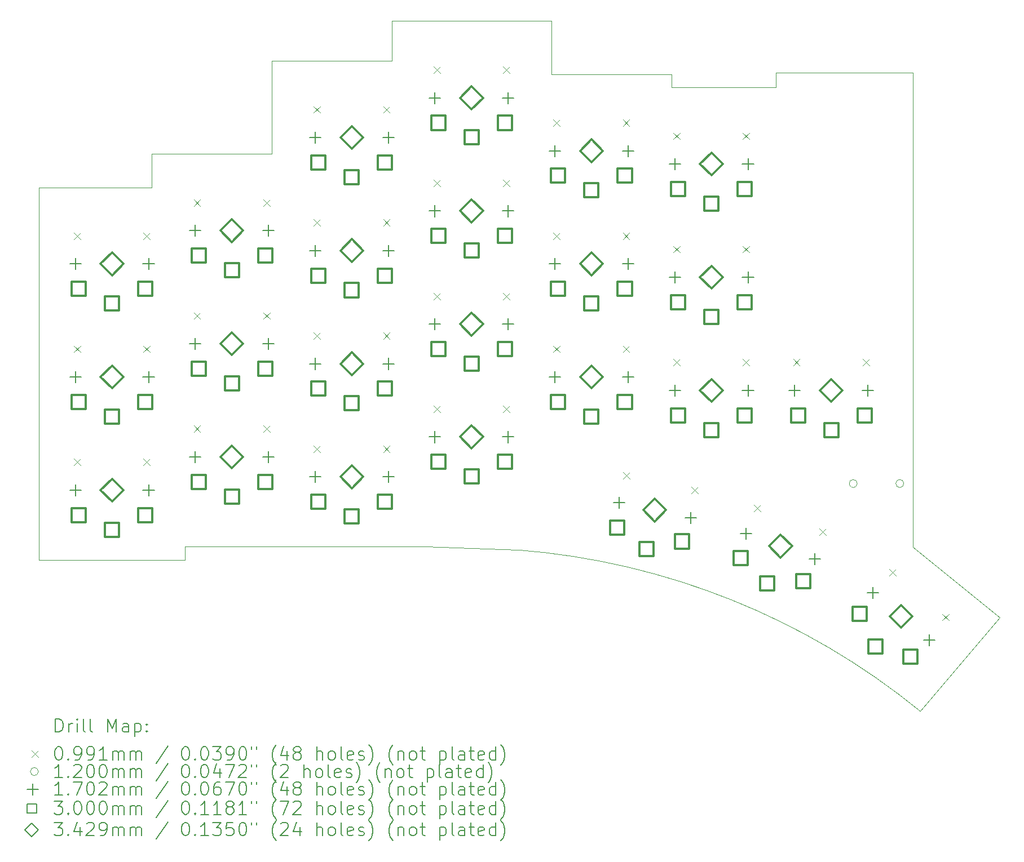
<source format=gbr>
%TF.GenerationSoftware,KiCad,Pcbnew,6.0.11-3.fc36*%
%TF.CreationDate,2023-02-22T18:11:41-05:00*%
%TF.ProjectId,kb40,6b623430-2e6b-4696-9361-645f70636258,rev?*%
%TF.SameCoordinates,Original*%
%TF.FileFunction,Drillmap*%
%TF.FilePolarity,Positive*%
%FSLAX45Y45*%
G04 Gerber Fmt 4.5, Leading zero omitted, Abs format (unit mm)*
G04 Created by KiCad (PCBNEW 6.0.11-3.fc36) date 2023-02-22 18:11:41*
%MOMM*%
%LPD*%
G01*
G04 APERTURE LIST*
%ADD10C,0.100000*%
%ADD11C,0.200000*%
%ADD12C,0.099060*%
%ADD13C,0.120000*%
%ADD14C,0.170180*%
%ADD15C,0.300000*%
%ADD16C,0.342900*%
G04 APERTURE END LIST*
D10*
X9850000Y-12100000D02*
X12050000Y-12100000D01*
X13950000Y-5000000D02*
X15750000Y-5000000D01*
X19380200Y-12000000D02*
X19380200Y-8900000D01*
X17322800Y-4978400D02*
X17322800Y-5200000D01*
X7950000Y-6200000D02*
X9750000Y-6200000D01*
X19380200Y-12000000D02*
X19380000Y-12105000D01*
X15750000Y-5000000D02*
X15750000Y-5200000D01*
X19250000Y-4978400D02*
X19380200Y-4978400D01*
X15750000Y-5200000D02*
X17322800Y-5200000D01*
X19380200Y-5120000D02*
X19380200Y-5300000D01*
X9750000Y-6200000D02*
X9750000Y-4800000D01*
X6250000Y-12300000D02*
X8450000Y-12300000D01*
X19483529Y-14570171D02*
X20677146Y-13163011D01*
X7950000Y-6700000D02*
X7950000Y-6200000D01*
X20677146Y-13163011D02*
X19380000Y-12105000D01*
X6250000Y-6700000D02*
X7950000Y-6700000D01*
X17322800Y-4978400D02*
X19250000Y-4978400D01*
X19380200Y-8900000D02*
X19380200Y-5300000D01*
X9850000Y-12100000D02*
X8450000Y-12100000D01*
X8450000Y-12100000D02*
X8450000Y-12300000D01*
X19483529Y-14570171D02*
G75*
G03*
X13450000Y-12150000I-6883529J-8429829D01*
G01*
X6250000Y-12100000D02*
X6250000Y-7000000D01*
X11550000Y-4200000D02*
X13950000Y-4200000D01*
X13950000Y-4200000D02*
X13950000Y-5000000D01*
X6250000Y-12100000D02*
X6250000Y-12300000D01*
X11550000Y-4800000D02*
X11550000Y-4200000D01*
X6250000Y-7000000D02*
X6250000Y-6700000D01*
X19380200Y-4978400D02*
X19380200Y-5120000D01*
X9750000Y-4800000D02*
X11550000Y-4800000D01*
X12050000Y-12100000D02*
X13450000Y-12150000D01*
D11*
D12*
X6778470Y-7380470D02*
X6877530Y-7479530D01*
X6877530Y-7380470D02*
X6778470Y-7479530D01*
X6778470Y-9080470D02*
X6877530Y-9179530D01*
X6877530Y-9080470D02*
X6778470Y-9179530D01*
X6778470Y-10780470D02*
X6877530Y-10879530D01*
X6877530Y-10780470D02*
X6778470Y-10879530D01*
X7822470Y-7380470D02*
X7921530Y-7479530D01*
X7921530Y-7380470D02*
X7822470Y-7479530D01*
X7822470Y-9080470D02*
X7921530Y-9179530D01*
X7921530Y-9080470D02*
X7822470Y-9179530D01*
X7822470Y-10780470D02*
X7921530Y-10879530D01*
X7921530Y-10780470D02*
X7822470Y-10879530D01*
X8578470Y-6880470D02*
X8677530Y-6979530D01*
X8677530Y-6880470D02*
X8578470Y-6979530D01*
X8578470Y-8580470D02*
X8677530Y-8679530D01*
X8677530Y-8580470D02*
X8578470Y-8679530D01*
X8578470Y-10280470D02*
X8677530Y-10379530D01*
X8677530Y-10280470D02*
X8578470Y-10379530D01*
X9622470Y-6880470D02*
X9721530Y-6979530D01*
X9721530Y-6880470D02*
X9622470Y-6979530D01*
X9622470Y-8580470D02*
X9721530Y-8679530D01*
X9721530Y-8580470D02*
X9622470Y-8679530D01*
X9622470Y-10280470D02*
X9721530Y-10379530D01*
X9721530Y-10280470D02*
X9622470Y-10379530D01*
X10378470Y-5480470D02*
X10477530Y-5579530D01*
X10477530Y-5480470D02*
X10378470Y-5579530D01*
X10378470Y-7180470D02*
X10477530Y-7279530D01*
X10477530Y-7180470D02*
X10378470Y-7279530D01*
X10378470Y-8880470D02*
X10477530Y-8979530D01*
X10477530Y-8880470D02*
X10378470Y-8979530D01*
X10378470Y-10580470D02*
X10477530Y-10679530D01*
X10477530Y-10580470D02*
X10378470Y-10679530D01*
X11422470Y-5480470D02*
X11521530Y-5579530D01*
X11521530Y-5480470D02*
X11422470Y-5579530D01*
X11422470Y-7180470D02*
X11521530Y-7279530D01*
X11521530Y-7180470D02*
X11422470Y-7279530D01*
X11422470Y-8880470D02*
X11521530Y-8979530D01*
X11521530Y-8880470D02*
X11422470Y-8979530D01*
X11422470Y-10580470D02*
X11521530Y-10679530D01*
X11521530Y-10580470D02*
X11422470Y-10679530D01*
X12178470Y-4885470D02*
X12277530Y-4984530D01*
X12277530Y-4885470D02*
X12178470Y-4984530D01*
X12178470Y-6585470D02*
X12277530Y-6684530D01*
X12277530Y-6585470D02*
X12178470Y-6684530D01*
X12178470Y-8285470D02*
X12277530Y-8384530D01*
X12277530Y-8285470D02*
X12178470Y-8384530D01*
X12178470Y-9980470D02*
X12277530Y-10079530D01*
X12277530Y-9980470D02*
X12178470Y-10079530D01*
X13222470Y-4885470D02*
X13321530Y-4984530D01*
X13321530Y-4885470D02*
X13222470Y-4984530D01*
X13222470Y-6585470D02*
X13321530Y-6684530D01*
X13321530Y-6585470D02*
X13222470Y-6684530D01*
X13222470Y-8285470D02*
X13321530Y-8384530D01*
X13321530Y-8285470D02*
X13222470Y-8384530D01*
X13222470Y-9980470D02*
X13321530Y-10079530D01*
X13321530Y-9980470D02*
X13222470Y-10079530D01*
X13978470Y-5680470D02*
X14077530Y-5779530D01*
X14077530Y-5680470D02*
X13978470Y-5779530D01*
X13978470Y-7380470D02*
X14077530Y-7479530D01*
X14077530Y-7380470D02*
X13978470Y-7479530D01*
X13978470Y-9080470D02*
X14077530Y-9179530D01*
X14077530Y-9080470D02*
X13978470Y-9179530D01*
X15022470Y-5680470D02*
X15121530Y-5779530D01*
X15121530Y-5680470D02*
X15022470Y-5779530D01*
X15022470Y-7380470D02*
X15121530Y-7479530D01*
X15121530Y-7380470D02*
X15022470Y-7479530D01*
X15022470Y-9080470D02*
X15121530Y-9179530D01*
X15121530Y-9080470D02*
X15022470Y-9179530D01*
X15027200Y-10981118D02*
X15126260Y-11080178D01*
X15126260Y-10981118D02*
X15027200Y-11080178D01*
X15778470Y-5880470D02*
X15877530Y-5979530D01*
X15877530Y-5880470D02*
X15778470Y-5979530D01*
X15778470Y-7580470D02*
X15877530Y-7679530D01*
X15877530Y-7580470D02*
X15778470Y-7679530D01*
X15778470Y-9280470D02*
X15877530Y-9379530D01*
X15877530Y-9280470D02*
X15778470Y-9379530D01*
X16048386Y-11198178D02*
X16147446Y-11297238D01*
X16147446Y-11198178D02*
X16048386Y-11297238D01*
X16822470Y-5880470D02*
X16921530Y-5979530D01*
X16921530Y-5880470D02*
X16822470Y-5979530D01*
X16822470Y-7580470D02*
X16921530Y-7679530D01*
X16921530Y-7580470D02*
X16822470Y-7679530D01*
X16822470Y-9280470D02*
X16921530Y-9379530D01*
X16921530Y-9280470D02*
X16822470Y-9379530D01*
X16992850Y-11468920D02*
X17091910Y-11567980D01*
X17091910Y-11468920D02*
X16992850Y-11567980D01*
X17578470Y-9280470D02*
X17677530Y-9379530D01*
X17677530Y-9280470D02*
X17578470Y-9379530D01*
X17973889Y-11825989D02*
X18072949Y-11925049D01*
X18072949Y-11825989D02*
X17973889Y-11925049D01*
X18622470Y-9280470D02*
X18721530Y-9379530D01*
X18721530Y-9280470D02*
X18622470Y-9379530D01*
X19019452Y-12439942D02*
X19118512Y-12539002D01*
X19118512Y-12439942D02*
X19019452Y-12539002D01*
X19819203Y-13111013D02*
X19918263Y-13210073D01*
X19918263Y-13111013D02*
X19819203Y-13210073D01*
D13*
X18539400Y-11150600D02*
G75*
G03*
X18539400Y-11150600I-60000J0D01*
G01*
X19239400Y-11150600D02*
G75*
G03*
X19239400Y-11150600I-60000J0D01*
G01*
D14*
X6800000Y-7764910D02*
X6800000Y-7935090D01*
X6714910Y-7850000D02*
X6885090Y-7850000D01*
X6800000Y-9464910D02*
X6800000Y-9635090D01*
X6714910Y-9550000D02*
X6885090Y-9550000D01*
X6800000Y-11164910D02*
X6800000Y-11335090D01*
X6714910Y-11250000D02*
X6885090Y-11250000D01*
X7900000Y-7764910D02*
X7900000Y-7935090D01*
X7814910Y-7850000D02*
X7985090Y-7850000D01*
X7900000Y-9464910D02*
X7900000Y-9635090D01*
X7814910Y-9550000D02*
X7985090Y-9550000D01*
X7900000Y-11164910D02*
X7900000Y-11335090D01*
X7814910Y-11250000D02*
X7985090Y-11250000D01*
X8600000Y-7264910D02*
X8600000Y-7435090D01*
X8514910Y-7350000D02*
X8685090Y-7350000D01*
X8600000Y-8964910D02*
X8600000Y-9135090D01*
X8514910Y-9050000D02*
X8685090Y-9050000D01*
X8600000Y-10664910D02*
X8600000Y-10835090D01*
X8514910Y-10750000D02*
X8685090Y-10750000D01*
X9700000Y-7264910D02*
X9700000Y-7435090D01*
X9614910Y-7350000D02*
X9785090Y-7350000D01*
X9700000Y-8964910D02*
X9700000Y-9135090D01*
X9614910Y-9050000D02*
X9785090Y-9050000D01*
X9700000Y-10664910D02*
X9700000Y-10835090D01*
X9614910Y-10750000D02*
X9785090Y-10750000D01*
X10400000Y-5864910D02*
X10400000Y-6035090D01*
X10314910Y-5950000D02*
X10485090Y-5950000D01*
X10400000Y-7564910D02*
X10400000Y-7735090D01*
X10314910Y-7650000D02*
X10485090Y-7650000D01*
X10400000Y-9264910D02*
X10400000Y-9435090D01*
X10314910Y-9350000D02*
X10485090Y-9350000D01*
X10400000Y-10964910D02*
X10400000Y-11135090D01*
X10314910Y-11050000D02*
X10485090Y-11050000D01*
X11500000Y-5864910D02*
X11500000Y-6035090D01*
X11414910Y-5950000D02*
X11585090Y-5950000D01*
X11500000Y-7564910D02*
X11500000Y-7735090D01*
X11414910Y-7650000D02*
X11585090Y-7650000D01*
X11500000Y-9264910D02*
X11500000Y-9435090D01*
X11414910Y-9350000D02*
X11585090Y-9350000D01*
X11500000Y-10964910D02*
X11500000Y-11135090D01*
X11414910Y-11050000D02*
X11585090Y-11050000D01*
X12200000Y-5269910D02*
X12200000Y-5440090D01*
X12114910Y-5355000D02*
X12285090Y-5355000D01*
X12200000Y-6969910D02*
X12200000Y-7140090D01*
X12114910Y-7055000D02*
X12285090Y-7055000D01*
X12200000Y-8669910D02*
X12200000Y-8840090D01*
X12114910Y-8755000D02*
X12285090Y-8755000D01*
X12200000Y-10364910D02*
X12200000Y-10535090D01*
X12114910Y-10450000D02*
X12285090Y-10450000D01*
X13300000Y-5269910D02*
X13300000Y-5440090D01*
X13214910Y-5355000D02*
X13385090Y-5355000D01*
X13300000Y-6969910D02*
X13300000Y-7140090D01*
X13214910Y-7055000D02*
X13385090Y-7055000D01*
X13300000Y-8669910D02*
X13300000Y-8840090D01*
X13214910Y-8755000D02*
X13385090Y-8755000D01*
X13300000Y-10364910D02*
X13300000Y-10535090D01*
X13214910Y-10450000D02*
X13385090Y-10450000D01*
X14000000Y-6064910D02*
X14000000Y-6235090D01*
X13914910Y-6150000D02*
X14085090Y-6150000D01*
X14000000Y-7764910D02*
X14000000Y-7935090D01*
X13914910Y-7850000D02*
X14085090Y-7850000D01*
X14000000Y-9464910D02*
X14000000Y-9635090D01*
X13914910Y-9550000D02*
X14085090Y-9550000D01*
X14962019Y-11350559D02*
X14962019Y-11520739D01*
X14876929Y-11435649D02*
X15047109Y-11435649D01*
X15100000Y-6064910D02*
X15100000Y-6235090D01*
X15014910Y-6150000D02*
X15185090Y-6150000D01*
X15100000Y-7764910D02*
X15100000Y-7935090D01*
X15014910Y-7850000D02*
X15185090Y-7850000D01*
X15100000Y-9464910D02*
X15100000Y-9635090D01*
X15014910Y-9550000D02*
X15185090Y-9550000D01*
X15800000Y-6264910D02*
X15800000Y-6435090D01*
X15714910Y-6350000D02*
X15885090Y-6350000D01*
X15800000Y-7964910D02*
X15800000Y-8135090D01*
X15714910Y-8050000D02*
X15885090Y-8050000D01*
X15800000Y-9664910D02*
X15800000Y-9835090D01*
X15714910Y-9750000D02*
X15885090Y-9750000D01*
X16037981Y-11579261D02*
X16037981Y-11749441D01*
X15952891Y-11664351D02*
X16123071Y-11664351D01*
X16872420Y-11818454D02*
X16872420Y-11988634D01*
X16787330Y-11903544D02*
X16957510Y-11903544D01*
X16900000Y-6264910D02*
X16900000Y-6435090D01*
X16814910Y-6350000D02*
X16985090Y-6350000D01*
X16900000Y-7964910D02*
X16900000Y-8135090D01*
X16814910Y-8050000D02*
X16985090Y-8050000D01*
X16900000Y-9664910D02*
X16900000Y-9835090D01*
X16814910Y-9750000D02*
X16985090Y-9750000D01*
X17600000Y-9664910D02*
X17600000Y-9835090D01*
X17514910Y-9750000D02*
X17685090Y-9750000D01*
X17906082Y-12194677D02*
X17906082Y-12364857D01*
X17820992Y-12279767D02*
X17991172Y-12279767D01*
X18700000Y-9664910D02*
X18700000Y-9835090D01*
X18614910Y-9750000D02*
X18785090Y-9750000D01*
X18777562Y-12708123D02*
X18777562Y-12878303D01*
X18692472Y-12793213D02*
X18862652Y-12793213D01*
X19620211Y-13415189D02*
X19620211Y-13585369D01*
X19535121Y-13500279D02*
X19705301Y-13500279D01*
D15*
X6956067Y-8331067D02*
X6956067Y-8118933D01*
X6743933Y-8118933D01*
X6743933Y-8331067D01*
X6956067Y-8331067D01*
X6956067Y-10031067D02*
X6956067Y-9818933D01*
X6743933Y-9818933D01*
X6743933Y-10031067D01*
X6956067Y-10031067D01*
X6956067Y-11731067D02*
X6956067Y-11518933D01*
X6743933Y-11518933D01*
X6743933Y-11731067D01*
X6956067Y-11731067D01*
X7456067Y-8551067D02*
X7456067Y-8338933D01*
X7243933Y-8338933D01*
X7243933Y-8551067D01*
X7456067Y-8551067D01*
X7456067Y-10251067D02*
X7456067Y-10038933D01*
X7243933Y-10038933D01*
X7243933Y-10251067D01*
X7456067Y-10251067D01*
X7456067Y-11951067D02*
X7456067Y-11738933D01*
X7243933Y-11738933D01*
X7243933Y-11951067D01*
X7456067Y-11951067D01*
X7956067Y-8331067D02*
X7956067Y-8118933D01*
X7743933Y-8118933D01*
X7743933Y-8331067D01*
X7956067Y-8331067D01*
X7956067Y-10031067D02*
X7956067Y-9818933D01*
X7743933Y-9818933D01*
X7743933Y-10031067D01*
X7956067Y-10031067D01*
X7956067Y-11731067D02*
X7956067Y-11518933D01*
X7743933Y-11518933D01*
X7743933Y-11731067D01*
X7956067Y-11731067D01*
X8756067Y-7831067D02*
X8756067Y-7618933D01*
X8543933Y-7618933D01*
X8543933Y-7831067D01*
X8756067Y-7831067D01*
X8756067Y-9531067D02*
X8756067Y-9318933D01*
X8543933Y-9318933D01*
X8543933Y-9531067D01*
X8756067Y-9531067D01*
X8756067Y-11231067D02*
X8756067Y-11018933D01*
X8543933Y-11018933D01*
X8543933Y-11231067D01*
X8756067Y-11231067D01*
X9256067Y-8051067D02*
X9256067Y-7838933D01*
X9043933Y-7838933D01*
X9043933Y-8051067D01*
X9256067Y-8051067D01*
X9256067Y-9751067D02*
X9256067Y-9538933D01*
X9043933Y-9538933D01*
X9043933Y-9751067D01*
X9256067Y-9751067D01*
X9256067Y-11451067D02*
X9256067Y-11238933D01*
X9043933Y-11238933D01*
X9043933Y-11451067D01*
X9256067Y-11451067D01*
X9756067Y-7831067D02*
X9756067Y-7618933D01*
X9543933Y-7618933D01*
X9543933Y-7831067D01*
X9756067Y-7831067D01*
X9756067Y-9531067D02*
X9756067Y-9318933D01*
X9543933Y-9318933D01*
X9543933Y-9531067D01*
X9756067Y-9531067D01*
X9756067Y-11231067D02*
X9756067Y-11018933D01*
X9543933Y-11018933D01*
X9543933Y-11231067D01*
X9756067Y-11231067D01*
X10556067Y-6431067D02*
X10556067Y-6218933D01*
X10343933Y-6218933D01*
X10343933Y-6431067D01*
X10556067Y-6431067D01*
X10556067Y-8131067D02*
X10556067Y-7918933D01*
X10343933Y-7918933D01*
X10343933Y-8131067D01*
X10556067Y-8131067D01*
X10556067Y-9831067D02*
X10556067Y-9618933D01*
X10343933Y-9618933D01*
X10343933Y-9831067D01*
X10556067Y-9831067D01*
X10556067Y-11531067D02*
X10556067Y-11318933D01*
X10343933Y-11318933D01*
X10343933Y-11531067D01*
X10556067Y-11531067D01*
X11056067Y-6651067D02*
X11056067Y-6438933D01*
X10843933Y-6438933D01*
X10843933Y-6651067D01*
X11056067Y-6651067D01*
X11056067Y-8351067D02*
X11056067Y-8138933D01*
X10843933Y-8138933D01*
X10843933Y-8351067D01*
X11056067Y-8351067D01*
X11056067Y-10051067D02*
X11056067Y-9838933D01*
X10843933Y-9838933D01*
X10843933Y-10051067D01*
X11056067Y-10051067D01*
X11056067Y-11751067D02*
X11056067Y-11538933D01*
X10843933Y-11538933D01*
X10843933Y-11751067D01*
X11056067Y-11751067D01*
X11556067Y-6431067D02*
X11556067Y-6218933D01*
X11343933Y-6218933D01*
X11343933Y-6431067D01*
X11556067Y-6431067D01*
X11556067Y-8131067D02*
X11556067Y-7918933D01*
X11343933Y-7918933D01*
X11343933Y-8131067D01*
X11556067Y-8131067D01*
X11556067Y-9831067D02*
X11556067Y-9618933D01*
X11343933Y-9618933D01*
X11343933Y-9831067D01*
X11556067Y-9831067D01*
X11556067Y-11531067D02*
X11556067Y-11318933D01*
X11343933Y-11318933D01*
X11343933Y-11531067D01*
X11556067Y-11531067D01*
X12356067Y-5836067D02*
X12356067Y-5623933D01*
X12143933Y-5623933D01*
X12143933Y-5836067D01*
X12356067Y-5836067D01*
X12356067Y-7536067D02*
X12356067Y-7323933D01*
X12143933Y-7323933D01*
X12143933Y-7536067D01*
X12356067Y-7536067D01*
X12356067Y-9236067D02*
X12356067Y-9023933D01*
X12143933Y-9023933D01*
X12143933Y-9236067D01*
X12356067Y-9236067D01*
X12356067Y-10931067D02*
X12356067Y-10718933D01*
X12143933Y-10718933D01*
X12143933Y-10931067D01*
X12356067Y-10931067D01*
X12856067Y-6056067D02*
X12856067Y-5843933D01*
X12643933Y-5843933D01*
X12643933Y-6056067D01*
X12856067Y-6056067D01*
X12856067Y-7756067D02*
X12856067Y-7543933D01*
X12643933Y-7543933D01*
X12643933Y-7756067D01*
X12856067Y-7756067D01*
X12856067Y-9456067D02*
X12856067Y-9243933D01*
X12643933Y-9243933D01*
X12643933Y-9456067D01*
X12856067Y-9456067D01*
X12856067Y-11151067D02*
X12856067Y-10938933D01*
X12643933Y-10938933D01*
X12643933Y-11151067D01*
X12856067Y-11151067D01*
X13356067Y-5836067D02*
X13356067Y-5623933D01*
X13143933Y-5623933D01*
X13143933Y-5836067D01*
X13356067Y-5836067D01*
X13356067Y-7536067D02*
X13356067Y-7323933D01*
X13143933Y-7323933D01*
X13143933Y-7536067D01*
X13356067Y-7536067D01*
X13356067Y-9236067D02*
X13356067Y-9023933D01*
X13143933Y-9023933D01*
X13143933Y-9236067D01*
X13356067Y-9236067D01*
X13356067Y-10931067D02*
X13356067Y-10718933D01*
X13143933Y-10718933D01*
X13143933Y-10931067D01*
X13356067Y-10931067D01*
X14156067Y-6631067D02*
X14156067Y-6418933D01*
X13943933Y-6418933D01*
X13943933Y-6631067D01*
X14156067Y-6631067D01*
X14156067Y-8331067D02*
X14156067Y-8118933D01*
X13943933Y-8118933D01*
X13943933Y-8331067D01*
X14156067Y-8331067D01*
X14156067Y-10031067D02*
X14156067Y-9818933D01*
X13943933Y-9818933D01*
X13943933Y-10031067D01*
X14156067Y-10031067D01*
X14656067Y-6851067D02*
X14656067Y-6638933D01*
X14443933Y-6638933D01*
X14443933Y-6851067D01*
X14656067Y-6851067D01*
X14656067Y-8551067D02*
X14656067Y-8338933D01*
X14443933Y-8338933D01*
X14443933Y-8551067D01*
X14656067Y-8551067D01*
X14656067Y-10251067D02*
X14656067Y-10038933D01*
X14443933Y-10038933D01*
X14443933Y-10251067D01*
X14656067Y-10251067D01*
X15039026Y-11918916D02*
X15039026Y-11706782D01*
X14826892Y-11706782D01*
X14826892Y-11918916D01*
X15039026Y-11918916D01*
X15156067Y-6631067D02*
X15156067Y-6418933D01*
X14943933Y-6418933D01*
X14943933Y-6631067D01*
X15156067Y-6631067D01*
X15156067Y-8331067D02*
X15156067Y-8118933D01*
X14943933Y-8118933D01*
X14943933Y-8331067D01*
X15156067Y-8331067D01*
X15156067Y-10031067D02*
X15156067Y-9818933D01*
X14943933Y-9818933D01*
X14943933Y-10031067D01*
X15156067Y-10031067D01*
X15482359Y-12238065D02*
X15482359Y-12025931D01*
X15270225Y-12025931D01*
X15270225Y-12238065D01*
X15482359Y-12238065D01*
X15956067Y-6831067D02*
X15956067Y-6618933D01*
X15743933Y-6618933D01*
X15743933Y-6831067D01*
X15956067Y-6831067D01*
X15956067Y-8531067D02*
X15956067Y-8318933D01*
X15743933Y-8318933D01*
X15743933Y-8531067D01*
X15956067Y-8531067D01*
X15956067Y-10231067D02*
X15956067Y-10018933D01*
X15743933Y-10018933D01*
X15743933Y-10231067D01*
X15956067Y-10231067D01*
X16017174Y-12126828D02*
X16017174Y-11914694D01*
X15805040Y-11914694D01*
X15805040Y-12126828D01*
X16017174Y-12126828D01*
X16456067Y-7051067D02*
X16456067Y-6838933D01*
X16243933Y-6838933D01*
X16243933Y-7051067D01*
X16456067Y-7051067D01*
X16456067Y-8751067D02*
X16456067Y-8538933D01*
X16243933Y-8538933D01*
X16243933Y-8751067D01*
X16456067Y-8751067D01*
X16456067Y-10451067D02*
X16456067Y-10238933D01*
X16243933Y-10238933D01*
X16243933Y-10451067D01*
X16456067Y-10451067D01*
X16897214Y-12379097D02*
X16897214Y-12166963D01*
X16685080Y-12166963D01*
X16685080Y-12379097D01*
X16897214Y-12379097D01*
X16956067Y-6831067D02*
X16956067Y-6618933D01*
X16743933Y-6618933D01*
X16743933Y-6831067D01*
X16956067Y-6831067D01*
X16956067Y-8531067D02*
X16956067Y-8318933D01*
X16743933Y-8318933D01*
X16743933Y-8531067D01*
X16956067Y-8531067D01*
X16956067Y-10231067D02*
X16956067Y-10018933D01*
X16743933Y-10018933D01*
X16743933Y-10231067D01*
X16956067Y-10231067D01*
X17291816Y-12756840D02*
X17291816Y-12544706D01*
X17079682Y-12544706D01*
X17079682Y-12756840D01*
X17291816Y-12756840D01*
X17756067Y-10231067D02*
X17756067Y-10018933D01*
X17543933Y-10018933D01*
X17543933Y-10231067D01*
X17756067Y-10231067D01*
X17836906Y-12721117D02*
X17836906Y-12508983D01*
X17624772Y-12508983D01*
X17624772Y-12721117D01*
X17836906Y-12721117D01*
X18256067Y-10451067D02*
X18256067Y-10238933D01*
X18043933Y-10238933D01*
X18043933Y-10451067D01*
X18256067Y-10451067D01*
X18680886Y-13218686D02*
X18680886Y-13006552D01*
X18468752Y-13006552D01*
X18468752Y-13218686D01*
X18680886Y-13218686D01*
X18756067Y-10231067D02*
X18756067Y-10018933D01*
X18543933Y-10018933D01*
X18543933Y-10231067D01*
X18756067Y-10231067D01*
X18922495Y-13708610D02*
X18922495Y-13496476D01*
X18710361Y-13496476D01*
X18710361Y-13708610D01*
X18922495Y-13708610D01*
X19446930Y-13861474D02*
X19446930Y-13649340D01*
X19234796Y-13649340D01*
X19234796Y-13861474D01*
X19446930Y-13861474D01*
D16*
X7350000Y-8021450D02*
X7521450Y-7850000D01*
X7350000Y-7678550D01*
X7178550Y-7850000D01*
X7350000Y-8021450D01*
X7350000Y-9721450D02*
X7521450Y-9550000D01*
X7350000Y-9378550D01*
X7178550Y-9550000D01*
X7350000Y-9721450D01*
X7350000Y-11421450D02*
X7521450Y-11250000D01*
X7350000Y-11078550D01*
X7178550Y-11250000D01*
X7350000Y-11421450D01*
X9150000Y-7521450D02*
X9321450Y-7350000D01*
X9150000Y-7178550D01*
X8978550Y-7350000D01*
X9150000Y-7521450D01*
X9150000Y-9221450D02*
X9321450Y-9050000D01*
X9150000Y-8878550D01*
X8978550Y-9050000D01*
X9150000Y-9221450D01*
X9150000Y-10921450D02*
X9321450Y-10750000D01*
X9150000Y-10578550D01*
X8978550Y-10750000D01*
X9150000Y-10921450D01*
X10950000Y-6121450D02*
X11121450Y-5950000D01*
X10950000Y-5778550D01*
X10778550Y-5950000D01*
X10950000Y-6121450D01*
X10950000Y-7821450D02*
X11121450Y-7650000D01*
X10950000Y-7478550D01*
X10778550Y-7650000D01*
X10950000Y-7821450D01*
X10950000Y-9521450D02*
X11121450Y-9350000D01*
X10950000Y-9178550D01*
X10778550Y-9350000D01*
X10950000Y-9521450D01*
X10950000Y-11221450D02*
X11121450Y-11050000D01*
X10950000Y-10878550D01*
X10778550Y-11050000D01*
X10950000Y-11221450D01*
X12750000Y-5526450D02*
X12921450Y-5355000D01*
X12750000Y-5183550D01*
X12578550Y-5355000D01*
X12750000Y-5526450D01*
X12750000Y-7226450D02*
X12921450Y-7055000D01*
X12750000Y-6883550D01*
X12578550Y-7055000D01*
X12750000Y-7226450D01*
X12750000Y-8926450D02*
X12921450Y-8755000D01*
X12750000Y-8583550D01*
X12578550Y-8755000D01*
X12750000Y-8926450D01*
X12750000Y-10621450D02*
X12921450Y-10450000D01*
X12750000Y-10278550D01*
X12578550Y-10450000D01*
X12750000Y-10621450D01*
X14550000Y-6321450D02*
X14721450Y-6150000D01*
X14550000Y-5978550D01*
X14378550Y-6150000D01*
X14550000Y-6321450D01*
X14550000Y-8021450D02*
X14721450Y-7850000D01*
X14550000Y-7678550D01*
X14378550Y-7850000D01*
X14550000Y-8021450D01*
X14550000Y-9721450D02*
X14721450Y-9550000D01*
X14550000Y-9378550D01*
X14378550Y-9550000D01*
X14550000Y-9721450D01*
X15500000Y-11721450D02*
X15671450Y-11550000D01*
X15500000Y-11378550D01*
X15328550Y-11550000D01*
X15500000Y-11721450D01*
X16350000Y-6521450D02*
X16521450Y-6350000D01*
X16350000Y-6178550D01*
X16178550Y-6350000D01*
X16350000Y-6521450D01*
X16350000Y-8221450D02*
X16521450Y-8050000D01*
X16350000Y-7878550D01*
X16178550Y-8050000D01*
X16350000Y-8221450D01*
X16350000Y-9921450D02*
X16521450Y-9750000D01*
X16350000Y-9578550D01*
X16178550Y-9750000D01*
X16350000Y-9921450D01*
X17389251Y-12263105D02*
X17560701Y-12091655D01*
X17389251Y-11920205D01*
X17217801Y-12091655D01*
X17389251Y-12263105D01*
X18150000Y-9921450D02*
X18321450Y-9750000D01*
X18150000Y-9578550D01*
X17978550Y-9750000D01*
X18150000Y-9921450D01*
X19198887Y-13318196D02*
X19370337Y-13146746D01*
X19198887Y-12975296D01*
X19027437Y-13146746D01*
X19198887Y-13318196D01*
D11*
X6502619Y-14885647D02*
X6502619Y-14685647D01*
X6550238Y-14685647D01*
X6578809Y-14695171D01*
X6597857Y-14714218D01*
X6607381Y-14733266D01*
X6616905Y-14771361D01*
X6616905Y-14799932D01*
X6607381Y-14838028D01*
X6597857Y-14857075D01*
X6578809Y-14876123D01*
X6550238Y-14885647D01*
X6502619Y-14885647D01*
X6702619Y-14885647D02*
X6702619Y-14752313D01*
X6702619Y-14790409D02*
X6712143Y-14771361D01*
X6721667Y-14761837D01*
X6740714Y-14752313D01*
X6759762Y-14752313D01*
X6826428Y-14885647D02*
X6826428Y-14752313D01*
X6826428Y-14685647D02*
X6816905Y-14695171D01*
X6826428Y-14704694D01*
X6835952Y-14695171D01*
X6826428Y-14685647D01*
X6826428Y-14704694D01*
X6950238Y-14885647D02*
X6931190Y-14876123D01*
X6921667Y-14857075D01*
X6921667Y-14685647D01*
X7055000Y-14885647D02*
X7035952Y-14876123D01*
X7026428Y-14857075D01*
X7026428Y-14685647D01*
X7283571Y-14885647D02*
X7283571Y-14685647D01*
X7350238Y-14828504D01*
X7416905Y-14685647D01*
X7416905Y-14885647D01*
X7597857Y-14885647D02*
X7597857Y-14780885D01*
X7588333Y-14761837D01*
X7569286Y-14752313D01*
X7531190Y-14752313D01*
X7512143Y-14761837D01*
X7597857Y-14876123D02*
X7578809Y-14885647D01*
X7531190Y-14885647D01*
X7512143Y-14876123D01*
X7502619Y-14857075D01*
X7502619Y-14838028D01*
X7512143Y-14818980D01*
X7531190Y-14809456D01*
X7578809Y-14809456D01*
X7597857Y-14799932D01*
X7693095Y-14752313D02*
X7693095Y-14952313D01*
X7693095Y-14761837D02*
X7712143Y-14752313D01*
X7750238Y-14752313D01*
X7769286Y-14761837D01*
X7778809Y-14771361D01*
X7788333Y-14790409D01*
X7788333Y-14847551D01*
X7778809Y-14866599D01*
X7769286Y-14876123D01*
X7750238Y-14885647D01*
X7712143Y-14885647D01*
X7693095Y-14876123D01*
X7874048Y-14866599D02*
X7883571Y-14876123D01*
X7874048Y-14885647D01*
X7864524Y-14876123D01*
X7874048Y-14866599D01*
X7874048Y-14885647D01*
X7874048Y-14761837D02*
X7883571Y-14771361D01*
X7874048Y-14780885D01*
X7864524Y-14771361D01*
X7874048Y-14761837D01*
X7874048Y-14780885D01*
D12*
X6145940Y-15165641D02*
X6245000Y-15264701D01*
X6245000Y-15165641D02*
X6145940Y-15264701D01*
D11*
X6540714Y-15105647D02*
X6559762Y-15105647D01*
X6578809Y-15115171D01*
X6588333Y-15124694D01*
X6597857Y-15143742D01*
X6607381Y-15181837D01*
X6607381Y-15229456D01*
X6597857Y-15267551D01*
X6588333Y-15286599D01*
X6578809Y-15296123D01*
X6559762Y-15305647D01*
X6540714Y-15305647D01*
X6521667Y-15296123D01*
X6512143Y-15286599D01*
X6502619Y-15267551D01*
X6493095Y-15229456D01*
X6493095Y-15181837D01*
X6502619Y-15143742D01*
X6512143Y-15124694D01*
X6521667Y-15115171D01*
X6540714Y-15105647D01*
X6693095Y-15286599D02*
X6702619Y-15296123D01*
X6693095Y-15305647D01*
X6683571Y-15296123D01*
X6693095Y-15286599D01*
X6693095Y-15305647D01*
X6797857Y-15305647D02*
X6835952Y-15305647D01*
X6855000Y-15296123D01*
X6864524Y-15286599D01*
X6883571Y-15258028D01*
X6893095Y-15219932D01*
X6893095Y-15143742D01*
X6883571Y-15124694D01*
X6874048Y-15115171D01*
X6855000Y-15105647D01*
X6816905Y-15105647D01*
X6797857Y-15115171D01*
X6788333Y-15124694D01*
X6778809Y-15143742D01*
X6778809Y-15191361D01*
X6788333Y-15210409D01*
X6797857Y-15219932D01*
X6816905Y-15229456D01*
X6855000Y-15229456D01*
X6874048Y-15219932D01*
X6883571Y-15210409D01*
X6893095Y-15191361D01*
X6988333Y-15305647D02*
X7026428Y-15305647D01*
X7045476Y-15296123D01*
X7055000Y-15286599D01*
X7074048Y-15258028D01*
X7083571Y-15219932D01*
X7083571Y-15143742D01*
X7074048Y-15124694D01*
X7064524Y-15115171D01*
X7045476Y-15105647D01*
X7007381Y-15105647D01*
X6988333Y-15115171D01*
X6978809Y-15124694D01*
X6969286Y-15143742D01*
X6969286Y-15191361D01*
X6978809Y-15210409D01*
X6988333Y-15219932D01*
X7007381Y-15229456D01*
X7045476Y-15229456D01*
X7064524Y-15219932D01*
X7074048Y-15210409D01*
X7083571Y-15191361D01*
X7274048Y-15305647D02*
X7159762Y-15305647D01*
X7216905Y-15305647D02*
X7216905Y-15105647D01*
X7197857Y-15134218D01*
X7178809Y-15153266D01*
X7159762Y-15162790D01*
X7359762Y-15305647D02*
X7359762Y-15172313D01*
X7359762Y-15191361D02*
X7369286Y-15181837D01*
X7388333Y-15172313D01*
X7416905Y-15172313D01*
X7435952Y-15181837D01*
X7445476Y-15200885D01*
X7445476Y-15305647D01*
X7445476Y-15200885D02*
X7455000Y-15181837D01*
X7474048Y-15172313D01*
X7502619Y-15172313D01*
X7521667Y-15181837D01*
X7531190Y-15200885D01*
X7531190Y-15305647D01*
X7626428Y-15305647D02*
X7626428Y-15172313D01*
X7626428Y-15191361D02*
X7635952Y-15181837D01*
X7655000Y-15172313D01*
X7683571Y-15172313D01*
X7702619Y-15181837D01*
X7712143Y-15200885D01*
X7712143Y-15305647D01*
X7712143Y-15200885D02*
X7721667Y-15181837D01*
X7740714Y-15172313D01*
X7769286Y-15172313D01*
X7788333Y-15181837D01*
X7797857Y-15200885D01*
X7797857Y-15305647D01*
X8188333Y-15096123D02*
X8016905Y-15353266D01*
X8445476Y-15105647D02*
X8464524Y-15105647D01*
X8483571Y-15115171D01*
X8493095Y-15124694D01*
X8502619Y-15143742D01*
X8512143Y-15181837D01*
X8512143Y-15229456D01*
X8502619Y-15267551D01*
X8493095Y-15286599D01*
X8483571Y-15296123D01*
X8464524Y-15305647D01*
X8445476Y-15305647D01*
X8426429Y-15296123D01*
X8416905Y-15286599D01*
X8407381Y-15267551D01*
X8397857Y-15229456D01*
X8397857Y-15181837D01*
X8407381Y-15143742D01*
X8416905Y-15124694D01*
X8426429Y-15115171D01*
X8445476Y-15105647D01*
X8597857Y-15286599D02*
X8607381Y-15296123D01*
X8597857Y-15305647D01*
X8588333Y-15296123D01*
X8597857Y-15286599D01*
X8597857Y-15305647D01*
X8731190Y-15105647D02*
X8750238Y-15105647D01*
X8769286Y-15115171D01*
X8778810Y-15124694D01*
X8788333Y-15143742D01*
X8797857Y-15181837D01*
X8797857Y-15229456D01*
X8788333Y-15267551D01*
X8778810Y-15286599D01*
X8769286Y-15296123D01*
X8750238Y-15305647D01*
X8731190Y-15305647D01*
X8712143Y-15296123D01*
X8702619Y-15286599D01*
X8693095Y-15267551D01*
X8683571Y-15229456D01*
X8683571Y-15181837D01*
X8693095Y-15143742D01*
X8702619Y-15124694D01*
X8712143Y-15115171D01*
X8731190Y-15105647D01*
X8864524Y-15105647D02*
X8988333Y-15105647D01*
X8921667Y-15181837D01*
X8950238Y-15181837D01*
X8969286Y-15191361D01*
X8978810Y-15200885D01*
X8988333Y-15219932D01*
X8988333Y-15267551D01*
X8978810Y-15286599D01*
X8969286Y-15296123D01*
X8950238Y-15305647D01*
X8893095Y-15305647D01*
X8874048Y-15296123D01*
X8864524Y-15286599D01*
X9083571Y-15305647D02*
X9121667Y-15305647D01*
X9140714Y-15296123D01*
X9150238Y-15286599D01*
X9169286Y-15258028D01*
X9178810Y-15219932D01*
X9178810Y-15143742D01*
X9169286Y-15124694D01*
X9159762Y-15115171D01*
X9140714Y-15105647D01*
X9102619Y-15105647D01*
X9083571Y-15115171D01*
X9074048Y-15124694D01*
X9064524Y-15143742D01*
X9064524Y-15191361D01*
X9074048Y-15210409D01*
X9083571Y-15219932D01*
X9102619Y-15229456D01*
X9140714Y-15229456D01*
X9159762Y-15219932D01*
X9169286Y-15210409D01*
X9178810Y-15191361D01*
X9302619Y-15105647D02*
X9321667Y-15105647D01*
X9340714Y-15115171D01*
X9350238Y-15124694D01*
X9359762Y-15143742D01*
X9369286Y-15181837D01*
X9369286Y-15229456D01*
X9359762Y-15267551D01*
X9350238Y-15286599D01*
X9340714Y-15296123D01*
X9321667Y-15305647D01*
X9302619Y-15305647D01*
X9283571Y-15296123D01*
X9274048Y-15286599D01*
X9264524Y-15267551D01*
X9255000Y-15229456D01*
X9255000Y-15181837D01*
X9264524Y-15143742D01*
X9274048Y-15124694D01*
X9283571Y-15115171D01*
X9302619Y-15105647D01*
X9445476Y-15105647D02*
X9445476Y-15143742D01*
X9521667Y-15105647D02*
X9521667Y-15143742D01*
X9816905Y-15381837D02*
X9807381Y-15372313D01*
X9788333Y-15343742D01*
X9778810Y-15324694D01*
X9769286Y-15296123D01*
X9759762Y-15248504D01*
X9759762Y-15210409D01*
X9769286Y-15162790D01*
X9778810Y-15134218D01*
X9788333Y-15115171D01*
X9807381Y-15086599D01*
X9816905Y-15077075D01*
X9978810Y-15172313D02*
X9978810Y-15305647D01*
X9931190Y-15096123D02*
X9883571Y-15238980D01*
X10007381Y-15238980D01*
X10112143Y-15191361D02*
X10093095Y-15181837D01*
X10083571Y-15172313D01*
X10074048Y-15153266D01*
X10074048Y-15143742D01*
X10083571Y-15124694D01*
X10093095Y-15115171D01*
X10112143Y-15105647D01*
X10150238Y-15105647D01*
X10169286Y-15115171D01*
X10178810Y-15124694D01*
X10188333Y-15143742D01*
X10188333Y-15153266D01*
X10178810Y-15172313D01*
X10169286Y-15181837D01*
X10150238Y-15191361D01*
X10112143Y-15191361D01*
X10093095Y-15200885D01*
X10083571Y-15210409D01*
X10074048Y-15229456D01*
X10074048Y-15267551D01*
X10083571Y-15286599D01*
X10093095Y-15296123D01*
X10112143Y-15305647D01*
X10150238Y-15305647D01*
X10169286Y-15296123D01*
X10178810Y-15286599D01*
X10188333Y-15267551D01*
X10188333Y-15229456D01*
X10178810Y-15210409D01*
X10169286Y-15200885D01*
X10150238Y-15191361D01*
X10426429Y-15305647D02*
X10426429Y-15105647D01*
X10512143Y-15305647D02*
X10512143Y-15200885D01*
X10502619Y-15181837D01*
X10483571Y-15172313D01*
X10455000Y-15172313D01*
X10435952Y-15181837D01*
X10426429Y-15191361D01*
X10635952Y-15305647D02*
X10616905Y-15296123D01*
X10607381Y-15286599D01*
X10597857Y-15267551D01*
X10597857Y-15210409D01*
X10607381Y-15191361D01*
X10616905Y-15181837D01*
X10635952Y-15172313D01*
X10664524Y-15172313D01*
X10683571Y-15181837D01*
X10693095Y-15191361D01*
X10702619Y-15210409D01*
X10702619Y-15267551D01*
X10693095Y-15286599D01*
X10683571Y-15296123D01*
X10664524Y-15305647D01*
X10635952Y-15305647D01*
X10816905Y-15305647D02*
X10797857Y-15296123D01*
X10788333Y-15277075D01*
X10788333Y-15105647D01*
X10969286Y-15296123D02*
X10950238Y-15305647D01*
X10912143Y-15305647D01*
X10893095Y-15296123D01*
X10883571Y-15277075D01*
X10883571Y-15200885D01*
X10893095Y-15181837D01*
X10912143Y-15172313D01*
X10950238Y-15172313D01*
X10969286Y-15181837D01*
X10978810Y-15200885D01*
X10978810Y-15219932D01*
X10883571Y-15238980D01*
X11055000Y-15296123D02*
X11074048Y-15305647D01*
X11112143Y-15305647D01*
X11131190Y-15296123D01*
X11140714Y-15277075D01*
X11140714Y-15267551D01*
X11131190Y-15248504D01*
X11112143Y-15238980D01*
X11083571Y-15238980D01*
X11064524Y-15229456D01*
X11055000Y-15210409D01*
X11055000Y-15200885D01*
X11064524Y-15181837D01*
X11083571Y-15172313D01*
X11112143Y-15172313D01*
X11131190Y-15181837D01*
X11207381Y-15381837D02*
X11216905Y-15372313D01*
X11235952Y-15343742D01*
X11245476Y-15324694D01*
X11255000Y-15296123D01*
X11264524Y-15248504D01*
X11264524Y-15210409D01*
X11255000Y-15162790D01*
X11245476Y-15134218D01*
X11235952Y-15115171D01*
X11216905Y-15086599D01*
X11207381Y-15077075D01*
X11569286Y-15381837D02*
X11559762Y-15372313D01*
X11540714Y-15343742D01*
X11531190Y-15324694D01*
X11521667Y-15296123D01*
X11512143Y-15248504D01*
X11512143Y-15210409D01*
X11521667Y-15162790D01*
X11531190Y-15134218D01*
X11540714Y-15115171D01*
X11559762Y-15086599D01*
X11569286Y-15077075D01*
X11645476Y-15172313D02*
X11645476Y-15305647D01*
X11645476Y-15191361D02*
X11655000Y-15181837D01*
X11674048Y-15172313D01*
X11702619Y-15172313D01*
X11721667Y-15181837D01*
X11731190Y-15200885D01*
X11731190Y-15305647D01*
X11855000Y-15305647D02*
X11835952Y-15296123D01*
X11826428Y-15286599D01*
X11816905Y-15267551D01*
X11816905Y-15210409D01*
X11826428Y-15191361D01*
X11835952Y-15181837D01*
X11855000Y-15172313D01*
X11883571Y-15172313D01*
X11902619Y-15181837D01*
X11912143Y-15191361D01*
X11921667Y-15210409D01*
X11921667Y-15267551D01*
X11912143Y-15286599D01*
X11902619Y-15296123D01*
X11883571Y-15305647D01*
X11855000Y-15305647D01*
X11978809Y-15172313D02*
X12055000Y-15172313D01*
X12007381Y-15105647D02*
X12007381Y-15277075D01*
X12016905Y-15296123D01*
X12035952Y-15305647D01*
X12055000Y-15305647D01*
X12274048Y-15172313D02*
X12274048Y-15372313D01*
X12274048Y-15181837D02*
X12293095Y-15172313D01*
X12331190Y-15172313D01*
X12350238Y-15181837D01*
X12359762Y-15191361D01*
X12369286Y-15210409D01*
X12369286Y-15267551D01*
X12359762Y-15286599D01*
X12350238Y-15296123D01*
X12331190Y-15305647D01*
X12293095Y-15305647D01*
X12274048Y-15296123D01*
X12483571Y-15305647D02*
X12464524Y-15296123D01*
X12455000Y-15277075D01*
X12455000Y-15105647D01*
X12645476Y-15305647D02*
X12645476Y-15200885D01*
X12635952Y-15181837D01*
X12616905Y-15172313D01*
X12578809Y-15172313D01*
X12559762Y-15181837D01*
X12645476Y-15296123D02*
X12626428Y-15305647D01*
X12578809Y-15305647D01*
X12559762Y-15296123D01*
X12550238Y-15277075D01*
X12550238Y-15258028D01*
X12559762Y-15238980D01*
X12578809Y-15229456D01*
X12626428Y-15229456D01*
X12645476Y-15219932D01*
X12712143Y-15172313D02*
X12788333Y-15172313D01*
X12740714Y-15105647D02*
X12740714Y-15277075D01*
X12750238Y-15296123D01*
X12769286Y-15305647D01*
X12788333Y-15305647D01*
X12931190Y-15296123D02*
X12912143Y-15305647D01*
X12874048Y-15305647D01*
X12855000Y-15296123D01*
X12845476Y-15277075D01*
X12845476Y-15200885D01*
X12855000Y-15181837D01*
X12874048Y-15172313D01*
X12912143Y-15172313D01*
X12931190Y-15181837D01*
X12940714Y-15200885D01*
X12940714Y-15219932D01*
X12845476Y-15238980D01*
X13112143Y-15305647D02*
X13112143Y-15105647D01*
X13112143Y-15296123D02*
X13093095Y-15305647D01*
X13055000Y-15305647D01*
X13035952Y-15296123D01*
X13026428Y-15286599D01*
X13016905Y-15267551D01*
X13016905Y-15210409D01*
X13026428Y-15191361D01*
X13035952Y-15181837D01*
X13055000Y-15172313D01*
X13093095Y-15172313D01*
X13112143Y-15181837D01*
X13188333Y-15381837D02*
X13197857Y-15372313D01*
X13216905Y-15343742D01*
X13226428Y-15324694D01*
X13235952Y-15296123D01*
X13245476Y-15248504D01*
X13245476Y-15210409D01*
X13235952Y-15162790D01*
X13226428Y-15134218D01*
X13216905Y-15115171D01*
X13197857Y-15086599D01*
X13188333Y-15077075D01*
D13*
X6245000Y-15479171D02*
G75*
G03*
X6245000Y-15479171I-60000J0D01*
G01*
D11*
X6607381Y-15569647D02*
X6493095Y-15569647D01*
X6550238Y-15569647D02*
X6550238Y-15369647D01*
X6531190Y-15398218D01*
X6512143Y-15417266D01*
X6493095Y-15426790D01*
X6693095Y-15550599D02*
X6702619Y-15560123D01*
X6693095Y-15569647D01*
X6683571Y-15560123D01*
X6693095Y-15550599D01*
X6693095Y-15569647D01*
X6778809Y-15388694D02*
X6788333Y-15379171D01*
X6807381Y-15369647D01*
X6855000Y-15369647D01*
X6874048Y-15379171D01*
X6883571Y-15388694D01*
X6893095Y-15407742D01*
X6893095Y-15426790D01*
X6883571Y-15455361D01*
X6769286Y-15569647D01*
X6893095Y-15569647D01*
X7016905Y-15369647D02*
X7035952Y-15369647D01*
X7055000Y-15379171D01*
X7064524Y-15388694D01*
X7074048Y-15407742D01*
X7083571Y-15445837D01*
X7083571Y-15493456D01*
X7074048Y-15531551D01*
X7064524Y-15550599D01*
X7055000Y-15560123D01*
X7035952Y-15569647D01*
X7016905Y-15569647D01*
X6997857Y-15560123D01*
X6988333Y-15550599D01*
X6978809Y-15531551D01*
X6969286Y-15493456D01*
X6969286Y-15445837D01*
X6978809Y-15407742D01*
X6988333Y-15388694D01*
X6997857Y-15379171D01*
X7016905Y-15369647D01*
X7207381Y-15369647D02*
X7226428Y-15369647D01*
X7245476Y-15379171D01*
X7255000Y-15388694D01*
X7264524Y-15407742D01*
X7274048Y-15445837D01*
X7274048Y-15493456D01*
X7264524Y-15531551D01*
X7255000Y-15550599D01*
X7245476Y-15560123D01*
X7226428Y-15569647D01*
X7207381Y-15569647D01*
X7188333Y-15560123D01*
X7178809Y-15550599D01*
X7169286Y-15531551D01*
X7159762Y-15493456D01*
X7159762Y-15445837D01*
X7169286Y-15407742D01*
X7178809Y-15388694D01*
X7188333Y-15379171D01*
X7207381Y-15369647D01*
X7359762Y-15569647D02*
X7359762Y-15436313D01*
X7359762Y-15455361D02*
X7369286Y-15445837D01*
X7388333Y-15436313D01*
X7416905Y-15436313D01*
X7435952Y-15445837D01*
X7445476Y-15464885D01*
X7445476Y-15569647D01*
X7445476Y-15464885D02*
X7455000Y-15445837D01*
X7474048Y-15436313D01*
X7502619Y-15436313D01*
X7521667Y-15445837D01*
X7531190Y-15464885D01*
X7531190Y-15569647D01*
X7626428Y-15569647D02*
X7626428Y-15436313D01*
X7626428Y-15455361D02*
X7635952Y-15445837D01*
X7655000Y-15436313D01*
X7683571Y-15436313D01*
X7702619Y-15445837D01*
X7712143Y-15464885D01*
X7712143Y-15569647D01*
X7712143Y-15464885D02*
X7721667Y-15445837D01*
X7740714Y-15436313D01*
X7769286Y-15436313D01*
X7788333Y-15445837D01*
X7797857Y-15464885D01*
X7797857Y-15569647D01*
X8188333Y-15360123D02*
X8016905Y-15617266D01*
X8445476Y-15369647D02*
X8464524Y-15369647D01*
X8483571Y-15379171D01*
X8493095Y-15388694D01*
X8502619Y-15407742D01*
X8512143Y-15445837D01*
X8512143Y-15493456D01*
X8502619Y-15531551D01*
X8493095Y-15550599D01*
X8483571Y-15560123D01*
X8464524Y-15569647D01*
X8445476Y-15569647D01*
X8426429Y-15560123D01*
X8416905Y-15550599D01*
X8407381Y-15531551D01*
X8397857Y-15493456D01*
X8397857Y-15445837D01*
X8407381Y-15407742D01*
X8416905Y-15388694D01*
X8426429Y-15379171D01*
X8445476Y-15369647D01*
X8597857Y-15550599D02*
X8607381Y-15560123D01*
X8597857Y-15569647D01*
X8588333Y-15560123D01*
X8597857Y-15550599D01*
X8597857Y-15569647D01*
X8731190Y-15369647D02*
X8750238Y-15369647D01*
X8769286Y-15379171D01*
X8778810Y-15388694D01*
X8788333Y-15407742D01*
X8797857Y-15445837D01*
X8797857Y-15493456D01*
X8788333Y-15531551D01*
X8778810Y-15550599D01*
X8769286Y-15560123D01*
X8750238Y-15569647D01*
X8731190Y-15569647D01*
X8712143Y-15560123D01*
X8702619Y-15550599D01*
X8693095Y-15531551D01*
X8683571Y-15493456D01*
X8683571Y-15445837D01*
X8693095Y-15407742D01*
X8702619Y-15388694D01*
X8712143Y-15379171D01*
X8731190Y-15369647D01*
X8969286Y-15436313D02*
X8969286Y-15569647D01*
X8921667Y-15360123D02*
X8874048Y-15502980D01*
X8997857Y-15502980D01*
X9055000Y-15369647D02*
X9188333Y-15369647D01*
X9102619Y-15569647D01*
X9255000Y-15388694D02*
X9264524Y-15379171D01*
X9283571Y-15369647D01*
X9331190Y-15369647D01*
X9350238Y-15379171D01*
X9359762Y-15388694D01*
X9369286Y-15407742D01*
X9369286Y-15426790D01*
X9359762Y-15455361D01*
X9245476Y-15569647D01*
X9369286Y-15569647D01*
X9445476Y-15369647D02*
X9445476Y-15407742D01*
X9521667Y-15369647D02*
X9521667Y-15407742D01*
X9816905Y-15645837D02*
X9807381Y-15636313D01*
X9788333Y-15607742D01*
X9778810Y-15588694D01*
X9769286Y-15560123D01*
X9759762Y-15512504D01*
X9759762Y-15474409D01*
X9769286Y-15426790D01*
X9778810Y-15398218D01*
X9788333Y-15379171D01*
X9807381Y-15350599D01*
X9816905Y-15341075D01*
X9883571Y-15388694D02*
X9893095Y-15379171D01*
X9912143Y-15369647D01*
X9959762Y-15369647D01*
X9978810Y-15379171D01*
X9988333Y-15388694D01*
X9997857Y-15407742D01*
X9997857Y-15426790D01*
X9988333Y-15455361D01*
X9874048Y-15569647D01*
X9997857Y-15569647D01*
X10235952Y-15569647D02*
X10235952Y-15369647D01*
X10321667Y-15569647D02*
X10321667Y-15464885D01*
X10312143Y-15445837D01*
X10293095Y-15436313D01*
X10264524Y-15436313D01*
X10245476Y-15445837D01*
X10235952Y-15455361D01*
X10445476Y-15569647D02*
X10426429Y-15560123D01*
X10416905Y-15550599D01*
X10407381Y-15531551D01*
X10407381Y-15474409D01*
X10416905Y-15455361D01*
X10426429Y-15445837D01*
X10445476Y-15436313D01*
X10474048Y-15436313D01*
X10493095Y-15445837D01*
X10502619Y-15455361D01*
X10512143Y-15474409D01*
X10512143Y-15531551D01*
X10502619Y-15550599D01*
X10493095Y-15560123D01*
X10474048Y-15569647D01*
X10445476Y-15569647D01*
X10626429Y-15569647D02*
X10607381Y-15560123D01*
X10597857Y-15541075D01*
X10597857Y-15369647D01*
X10778810Y-15560123D02*
X10759762Y-15569647D01*
X10721667Y-15569647D01*
X10702619Y-15560123D01*
X10693095Y-15541075D01*
X10693095Y-15464885D01*
X10702619Y-15445837D01*
X10721667Y-15436313D01*
X10759762Y-15436313D01*
X10778810Y-15445837D01*
X10788333Y-15464885D01*
X10788333Y-15483932D01*
X10693095Y-15502980D01*
X10864524Y-15560123D02*
X10883571Y-15569647D01*
X10921667Y-15569647D01*
X10940714Y-15560123D01*
X10950238Y-15541075D01*
X10950238Y-15531551D01*
X10940714Y-15512504D01*
X10921667Y-15502980D01*
X10893095Y-15502980D01*
X10874048Y-15493456D01*
X10864524Y-15474409D01*
X10864524Y-15464885D01*
X10874048Y-15445837D01*
X10893095Y-15436313D01*
X10921667Y-15436313D01*
X10940714Y-15445837D01*
X11016905Y-15645837D02*
X11026429Y-15636313D01*
X11045476Y-15607742D01*
X11055000Y-15588694D01*
X11064524Y-15560123D01*
X11074048Y-15512504D01*
X11074048Y-15474409D01*
X11064524Y-15426790D01*
X11055000Y-15398218D01*
X11045476Y-15379171D01*
X11026429Y-15350599D01*
X11016905Y-15341075D01*
X11378809Y-15645837D02*
X11369286Y-15636313D01*
X11350238Y-15607742D01*
X11340714Y-15588694D01*
X11331190Y-15560123D01*
X11321667Y-15512504D01*
X11321667Y-15474409D01*
X11331190Y-15426790D01*
X11340714Y-15398218D01*
X11350238Y-15379171D01*
X11369286Y-15350599D01*
X11378809Y-15341075D01*
X11455000Y-15436313D02*
X11455000Y-15569647D01*
X11455000Y-15455361D02*
X11464524Y-15445837D01*
X11483571Y-15436313D01*
X11512143Y-15436313D01*
X11531190Y-15445837D01*
X11540714Y-15464885D01*
X11540714Y-15569647D01*
X11664524Y-15569647D02*
X11645476Y-15560123D01*
X11635952Y-15550599D01*
X11626428Y-15531551D01*
X11626428Y-15474409D01*
X11635952Y-15455361D01*
X11645476Y-15445837D01*
X11664524Y-15436313D01*
X11693095Y-15436313D01*
X11712143Y-15445837D01*
X11721667Y-15455361D01*
X11731190Y-15474409D01*
X11731190Y-15531551D01*
X11721667Y-15550599D01*
X11712143Y-15560123D01*
X11693095Y-15569647D01*
X11664524Y-15569647D01*
X11788333Y-15436313D02*
X11864524Y-15436313D01*
X11816905Y-15369647D02*
X11816905Y-15541075D01*
X11826428Y-15560123D01*
X11845476Y-15569647D01*
X11864524Y-15569647D01*
X12083571Y-15436313D02*
X12083571Y-15636313D01*
X12083571Y-15445837D02*
X12102619Y-15436313D01*
X12140714Y-15436313D01*
X12159762Y-15445837D01*
X12169286Y-15455361D01*
X12178809Y-15474409D01*
X12178809Y-15531551D01*
X12169286Y-15550599D01*
X12159762Y-15560123D01*
X12140714Y-15569647D01*
X12102619Y-15569647D01*
X12083571Y-15560123D01*
X12293095Y-15569647D02*
X12274048Y-15560123D01*
X12264524Y-15541075D01*
X12264524Y-15369647D01*
X12455000Y-15569647D02*
X12455000Y-15464885D01*
X12445476Y-15445837D01*
X12426428Y-15436313D01*
X12388333Y-15436313D01*
X12369286Y-15445837D01*
X12455000Y-15560123D02*
X12435952Y-15569647D01*
X12388333Y-15569647D01*
X12369286Y-15560123D01*
X12359762Y-15541075D01*
X12359762Y-15522028D01*
X12369286Y-15502980D01*
X12388333Y-15493456D01*
X12435952Y-15493456D01*
X12455000Y-15483932D01*
X12521667Y-15436313D02*
X12597857Y-15436313D01*
X12550238Y-15369647D02*
X12550238Y-15541075D01*
X12559762Y-15560123D01*
X12578809Y-15569647D01*
X12597857Y-15569647D01*
X12740714Y-15560123D02*
X12721667Y-15569647D01*
X12683571Y-15569647D01*
X12664524Y-15560123D01*
X12655000Y-15541075D01*
X12655000Y-15464885D01*
X12664524Y-15445837D01*
X12683571Y-15436313D01*
X12721667Y-15436313D01*
X12740714Y-15445837D01*
X12750238Y-15464885D01*
X12750238Y-15483932D01*
X12655000Y-15502980D01*
X12921667Y-15569647D02*
X12921667Y-15369647D01*
X12921667Y-15560123D02*
X12902619Y-15569647D01*
X12864524Y-15569647D01*
X12845476Y-15560123D01*
X12835952Y-15550599D01*
X12826428Y-15531551D01*
X12826428Y-15474409D01*
X12835952Y-15455361D01*
X12845476Y-15445837D01*
X12864524Y-15436313D01*
X12902619Y-15436313D01*
X12921667Y-15445837D01*
X12997857Y-15645837D02*
X13007381Y-15636313D01*
X13026428Y-15607742D01*
X13035952Y-15588694D01*
X13045476Y-15560123D01*
X13055000Y-15512504D01*
X13055000Y-15474409D01*
X13045476Y-15426790D01*
X13035952Y-15398218D01*
X13026428Y-15379171D01*
X13007381Y-15350599D01*
X12997857Y-15341075D01*
D14*
X6159910Y-15658081D02*
X6159910Y-15828261D01*
X6074820Y-15743171D02*
X6245000Y-15743171D01*
D11*
X6607381Y-15833647D02*
X6493095Y-15833647D01*
X6550238Y-15833647D02*
X6550238Y-15633647D01*
X6531190Y-15662218D01*
X6512143Y-15681266D01*
X6493095Y-15690790D01*
X6693095Y-15814599D02*
X6702619Y-15824123D01*
X6693095Y-15833647D01*
X6683571Y-15824123D01*
X6693095Y-15814599D01*
X6693095Y-15833647D01*
X6769286Y-15633647D02*
X6902619Y-15633647D01*
X6816905Y-15833647D01*
X7016905Y-15633647D02*
X7035952Y-15633647D01*
X7055000Y-15643171D01*
X7064524Y-15652694D01*
X7074048Y-15671742D01*
X7083571Y-15709837D01*
X7083571Y-15757456D01*
X7074048Y-15795551D01*
X7064524Y-15814599D01*
X7055000Y-15824123D01*
X7035952Y-15833647D01*
X7016905Y-15833647D01*
X6997857Y-15824123D01*
X6988333Y-15814599D01*
X6978809Y-15795551D01*
X6969286Y-15757456D01*
X6969286Y-15709837D01*
X6978809Y-15671742D01*
X6988333Y-15652694D01*
X6997857Y-15643171D01*
X7016905Y-15633647D01*
X7159762Y-15652694D02*
X7169286Y-15643171D01*
X7188333Y-15633647D01*
X7235952Y-15633647D01*
X7255000Y-15643171D01*
X7264524Y-15652694D01*
X7274048Y-15671742D01*
X7274048Y-15690790D01*
X7264524Y-15719361D01*
X7150238Y-15833647D01*
X7274048Y-15833647D01*
X7359762Y-15833647D02*
X7359762Y-15700313D01*
X7359762Y-15719361D02*
X7369286Y-15709837D01*
X7388333Y-15700313D01*
X7416905Y-15700313D01*
X7435952Y-15709837D01*
X7445476Y-15728885D01*
X7445476Y-15833647D01*
X7445476Y-15728885D02*
X7455000Y-15709837D01*
X7474048Y-15700313D01*
X7502619Y-15700313D01*
X7521667Y-15709837D01*
X7531190Y-15728885D01*
X7531190Y-15833647D01*
X7626428Y-15833647D02*
X7626428Y-15700313D01*
X7626428Y-15719361D02*
X7635952Y-15709837D01*
X7655000Y-15700313D01*
X7683571Y-15700313D01*
X7702619Y-15709837D01*
X7712143Y-15728885D01*
X7712143Y-15833647D01*
X7712143Y-15728885D02*
X7721667Y-15709837D01*
X7740714Y-15700313D01*
X7769286Y-15700313D01*
X7788333Y-15709837D01*
X7797857Y-15728885D01*
X7797857Y-15833647D01*
X8188333Y-15624123D02*
X8016905Y-15881266D01*
X8445476Y-15633647D02*
X8464524Y-15633647D01*
X8483571Y-15643171D01*
X8493095Y-15652694D01*
X8502619Y-15671742D01*
X8512143Y-15709837D01*
X8512143Y-15757456D01*
X8502619Y-15795551D01*
X8493095Y-15814599D01*
X8483571Y-15824123D01*
X8464524Y-15833647D01*
X8445476Y-15833647D01*
X8426429Y-15824123D01*
X8416905Y-15814599D01*
X8407381Y-15795551D01*
X8397857Y-15757456D01*
X8397857Y-15709837D01*
X8407381Y-15671742D01*
X8416905Y-15652694D01*
X8426429Y-15643171D01*
X8445476Y-15633647D01*
X8597857Y-15814599D02*
X8607381Y-15824123D01*
X8597857Y-15833647D01*
X8588333Y-15824123D01*
X8597857Y-15814599D01*
X8597857Y-15833647D01*
X8731190Y-15633647D02*
X8750238Y-15633647D01*
X8769286Y-15643171D01*
X8778810Y-15652694D01*
X8788333Y-15671742D01*
X8797857Y-15709837D01*
X8797857Y-15757456D01*
X8788333Y-15795551D01*
X8778810Y-15814599D01*
X8769286Y-15824123D01*
X8750238Y-15833647D01*
X8731190Y-15833647D01*
X8712143Y-15824123D01*
X8702619Y-15814599D01*
X8693095Y-15795551D01*
X8683571Y-15757456D01*
X8683571Y-15709837D01*
X8693095Y-15671742D01*
X8702619Y-15652694D01*
X8712143Y-15643171D01*
X8731190Y-15633647D01*
X8969286Y-15633647D02*
X8931190Y-15633647D01*
X8912143Y-15643171D01*
X8902619Y-15652694D01*
X8883571Y-15681266D01*
X8874048Y-15719361D01*
X8874048Y-15795551D01*
X8883571Y-15814599D01*
X8893095Y-15824123D01*
X8912143Y-15833647D01*
X8950238Y-15833647D01*
X8969286Y-15824123D01*
X8978810Y-15814599D01*
X8988333Y-15795551D01*
X8988333Y-15747932D01*
X8978810Y-15728885D01*
X8969286Y-15719361D01*
X8950238Y-15709837D01*
X8912143Y-15709837D01*
X8893095Y-15719361D01*
X8883571Y-15728885D01*
X8874048Y-15747932D01*
X9055000Y-15633647D02*
X9188333Y-15633647D01*
X9102619Y-15833647D01*
X9302619Y-15633647D02*
X9321667Y-15633647D01*
X9340714Y-15643171D01*
X9350238Y-15652694D01*
X9359762Y-15671742D01*
X9369286Y-15709837D01*
X9369286Y-15757456D01*
X9359762Y-15795551D01*
X9350238Y-15814599D01*
X9340714Y-15824123D01*
X9321667Y-15833647D01*
X9302619Y-15833647D01*
X9283571Y-15824123D01*
X9274048Y-15814599D01*
X9264524Y-15795551D01*
X9255000Y-15757456D01*
X9255000Y-15709837D01*
X9264524Y-15671742D01*
X9274048Y-15652694D01*
X9283571Y-15643171D01*
X9302619Y-15633647D01*
X9445476Y-15633647D02*
X9445476Y-15671742D01*
X9521667Y-15633647D02*
X9521667Y-15671742D01*
X9816905Y-15909837D02*
X9807381Y-15900313D01*
X9788333Y-15871742D01*
X9778810Y-15852694D01*
X9769286Y-15824123D01*
X9759762Y-15776504D01*
X9759762Y-15738409D01*
X9769286Y-15690790D01*
X9778810Y-15662218D01*
X9788333Y-15643171D01*
X9807381Y-15614599D01*
X9816905Y-15605075D01*
X9978810Y-15700313D02*
X9978810Y-15833647D01*
X9931190Y-15624123D02*
X9883571Y-15766980D01*
X10007381Y-15766980D01*
X10112143Y-15719361D02*
X10093095Y-15709837D01*
X10083571Y-15700313D01*
X10074048Y-15681266D01*
X10074048Y-15671742D01*
X10083571Y-15652694D01*
X10093095Y-15643171D01*
X10112143Y-15633647D01*
X10150238Y-15633647D01*
X10169286Y-15643171D01*
X10178810Y-15652694D01*
X10188333Y-15671742D01*
X10188333Y-15681266D01*
X10178810Y-15700313D01*
X10169286Y-15709837D01*
X10150238Y-15719361D01*
X10112143Y-15719361D01*
X10093095Y-15728885D01*
X10083571Y-15738409D01*
X10074048Y-15757456D01*
X10074048Y-15795551D01*
X10083571Y-15814599D01*
X10093095Y-15824123D01*
X10112143Y-15833647D01*
X10150238Y-15833647D01*
X10169286Y-15824123D01*
X10178810Y-15814599D01*
X10188333Y-15795551D01*
X10188333Y-15757456D01*
X10178810Y-15738409D01*
X10169286Y-15728885D01*
X10150238Y-15719361D01*
X10426429Y-15833647D02*
X10426429Y-15633647D01*
X10512143Y-15833647D02*
X10512143Y-15728885D01*
X10502619Y-15709837D01*
X10483571Y-15700313D01*
X10455000Y-15700313D01*
X10435952Y-15709837D01*
X10426429Y-15719361D01*
X10635952Y-15833647D02*
X10616905Y-15824123D01*
X10607381Y-15814599D01*
X10597857Y-15795551D01*
X10597857Y-15738409D01*
X10607381Y-15719361D01*
X10616905Y-15709837D01*
X10635952Y-15700313D01*
X10664524Y-15700313D01*
X10683571Y-15709837D01*
X10693095Y-15719361D01*
X10702619Y-15738409D01*
X10702619Y-15795551D01*
X10693095Y-15814599D01*
X10683571Y-15824123D01*
X10664524Y-15833647D01*
X10635952Y-15833647D01*
X10816905Y-15833647D02*
X10797857Y-15824123D01*
X10788333Y-15805075D01*
X10788333Y-15633647D01*
X10969286Y-15824123D02*
X10950238Y-15833647D01*
X10912143Y-15833647D01*
X10893095Y-15824123D01*
X10883571Y-15805075D01*
X10883571Y-15728885D01*
X10893095Y-15709837D01*
X10912143Y-15700313D01*
X10950238Y-15700313D01*
X10969286Y-15709837D01*
X10978810Y-15728885D01*
X10978810Y-15747932D01*
X10883571Y-15766980D01*
X11055000Y-15824123D02*
X11074048Y-15833647D01*
X11112143Y-15833647D01*
X11131190Y-15824123D01*
X11140714Y-15805075D01*
X11140714Y-15795551D01*
X11131190Y-15776504D01*
X11112143Y-15766980D01*
X11083571Y-15766980D01*
X11064524Y-15757456D01*
X11055000Y-15738409D01*
X11055000Y-15728885D01*
X11064524Y-15709837D01*
X11083571Y-15700313D01*
X11112143Y-15700313D01*
X11131190Y-15709837D01*
X11207381Y-15909837D02*
X11216905Y-15900313D01*
X11235952Y-15871742D01*
X11245476Y-15852694D01*
X11255000Y-15824123D01*
X11264524Y-15776504D01*
X11264524Y-15738409D01*
X11255000Y-15690790D01*
X11245476Y-15662218D01*
X11235952Y-15643171D01*
X11216905Y-15614599D01*
X11207381Y-15605075D01*
X11569286Y-15909837D02*
X11559762Y-15900313D01*
X11540714Y-15871742D01*
X11531190Y-15852694D01*
X11521667Y-15824123D01*
X11512143Y-15776504D01*
X11512143Y-15738409D01*
X11521667Y-15690790D01*
X11531190Y-15662218D01*
X11540714Y-15643171D01*
X11559762Y-15614599D01*
X11569286Y-15605075D01*
X11645476Y-15700313D02*
X11645476Y-15833647D01*
X11645476Y-15719361D02*
X11655000Y-15709837D01*
X11674048Y-15700313D01*
X11702619Y-15700313D01*
X11721667Y-15709837D01*
X11731190Y-15728885D01*
X11731190Y-15833647D01*
X11855000Y-15833647D02*
X11835952Y-15824123D01*
X11826428Y-15814599D01*
X11816905Y-15795551D01*
X11816905Y-15738409D01*
X11826428Y-15719361D01*
X11835952Y-15709837D01*
X11855000Y-15700313D01*
X11883571Y-15700313D01*
X11902619Y-15709837D01*
X11912143Y-15719361D01*
X11921667Y-15738409D01*
X11921667Y-15795551D01*
X11912143Y-15814599D01*
X11902619Y-15824123D01*
X11883571Y-15833647D01*
X11855000Y-15833647D01*
X11978809Y-15700313D02*
X12055000Y-15700313D01*
X12007381Y-15633647D02*
X12007381Y-15805075D01*
X12016905Y-15824123D01*
X12035952Y-15833647D01*
X12055000Y-15833647D01*
X12274048Y-15700313D02*
X12274048Y-15900313D01*
X12274048Y-15709837D02*
X12293095Y-15700313D01*
X12331190Y-15700313D01*
X12350238Y-15709837D01*
X12359762Y-15719361D01*
X12369286Y-15738409D01*
X12369286Y-15795551D01*
X12359762Y-15814599D01*
X12350238Y-15824123D01*
X12331190Y-15833647D01*
X12293095Y-15833647D01*
X12274048Y-15824123D01*
X12483571Y-15833647D02*
X12464524Y-15824123D01*
X12455000Y-15805075D01*
X12455000Y-15633647D01*
X12645476Y-15833647D02*
X12645476Y-15728885D01*
X12635952Y-15709837D01*
X12616905Y-15700313D01*
X12578809Y-15700313D01*
X12559762Y-15709837D01*
X12645476Y-15824123D02*
X12626428Y-15833647D01*
X12578809Y-15833647D01*
X12559762Y-15824123D01*
X12550238Y-15805075D01*
X12550238Y-15786028D01*
X12559762Y-15766980D01*
X12578809Y-15757456D01*
X12626428Y-15757456D01*
X12645476Y-15747932D01*
X12712143Y-15700313D02*
X12788333Y-15700313D01*
X12740714Y-15633647D02*
X12740714Y-15805075D01*
X12750238Y-15824123D01*
X12769286Y-15833647D01*
X12788333Y-15833647D01*
X12931190Y-15824123D02*
X12912143Y-15833647D01*
X12874048Y-15833647D01*
X12855000Y-15824123D01*
X12845476Y-15805075D01*
X12845476Y-15728885D01*
X12855000Y-15709837D01*
X12874048Y-15700313D01*
X12912143Y-15700313D01*
X12931190Y-15709837D01*
X12940714Y-15728885D01*
X12940714Y-15747932D01*
X12845476Y-15766980D01*
X13112143Y-15833647D02*
X13112143Y-15633647D01*
X13112143Y-15824123D02*
X13093095Y-15833647D01*
X13055000Y-15833647D01*
X13035952Y-15824123D01*
X13026428Y-15814599D01*
X13016905Y-15795551D01*
X13016905Y-15738409D01*
X13026428Y-15719361D01*
X13035952Y-15709837D01*
X13055000Y-15700313D01*
X13093095Y-15700313D01*
X13112143Y-15709837D01*
X13188333Y-15909837D02*
X13197857Y-15900313D01*
X13216905Y-15871742D01*
X13226428Y-15852694D01*
X13235952Y-15824123D01*
X13245476Y-15776504D01*
X13245476Y-15738409D01*
X13235952Y-15690790D01*
X13226428Y-15662218D01*
X13216905Y-15643171D01*
X13197857Y-15614599D01*
X13188333Y-15605075D01*
X6215711Y-16104062D02*
X6215711Y-15962639D01*
X6074289Y-15962639D01*
X6074289Y-16104062D01*
X6215711Y-16104062D01*
X6483571Y-15923827D02*
X6607381Y-15923827D01*
X6540714Y-16000017D01*
X6569286Y-16000017D01*
X6588333Y-16009541D01*
X6597857Y-16019065D01*
X6607381Y-16038112D01*
X6607381Y-16085731D01*
X6597857Y-16104779D01*
X6588333Y-16114303D01*
X6569286Y-16123827D01*
X6512143Y-16123827D01*
X6493095Y-16114303D01*
X6483571Y-16104779D01*
X6693095Y-16104779D02*
X6702619Y-16114303D01*
X6693095Y-16123827D01*
X6683571Y-16114303D01*
X6693095Y-16104779D01*
X6693095Y-16123827D01*
X6826428Y-15923827D02*
X6845476Y-15923827D01*
X6864524Y-15933351D01*
X6874048Y-15942874D01*
X6883571Y-15961922D01*
X6893095Y-16000017D01*
X6893095Y-16047636D01*
X6883571Y-16085731D01*
X6874048Y-16104779D01*
X6864524Y-16114303D01*
X6845476Y-16123827D01*
X6826428Y-16123827D01*
X6807381Y-16114303D01*
X6797857Y-16104779D01*
X6788333Y-16085731D01*
X6778809Y-16047636D01*
X6778809Y-16000017D01*
X6788333Y-15961922D01*
X6797857Y-15942874D01*
X6807381Y-15933351D01*
X6826428Y-15923827D01*
X7016905Y-15923827D02*
X7035952Y-15923827D01*
X7055000Y-15933351D01*
X7064524Y-15942874D01*
X7074048Y-15961922D01*
X7083571Y-16000017D01*
X7083571Y-16047636D01*
X7074048Y-16085731D01*
X7064524Y-16104779D01*
X7055000Y-16114303D01*
X7035952Y-16123827D01*
X7016905Y-16123827D01*
X6997857Y-16114303D01*
X6988333Y-16104779D01*
X6978809Y-16085731D01*
X6969286Y-16047636D01*
X6969286Y-16000017D01*
X6978809Y-15961922D01*
X6988333Y-15942874D01*
X6997857Y-15933351D01*
X7016905Y-15923827D01*
X7207381Y-15923827D02*
X7226428Y-15923827D01*
X7245476Y-15933351D01*
X7255000Y-15942874D01*
X7264524Y-15961922D01*
X7274048Y-16000017D01*
X7274048Y-16047636D01*
X7264524Y-16085731D01*
X7255000Y-16104779D01*
X7245476Y-16114303D01*
X7226428Y-16123827D01*
X7207381Y-16123827D01*
X7188333Y-16114303D01*
X7178809Y-16104779D01*
X7169286Y-16085731D01*
X7159762Y-16047636D01*
X7159762Y-16000017D01*
X7169286Y-15961922D01*
X7178809Y-15942874D01*
X7188333Y-15933351D01*
X7207381Y-15923827D01*
X7359762Y-16123827D02*
X7359762Y-15990493D01*
X7359762Y-16009541D02*
X7369286Y-16000017D01*
X7388333Y-15990493D01*
X7416905Y-15990493D01*
X7435952Y-16000017D01*
X7445476Y-16019065D01*
X7445476Y-16123827D01*
X7445476Y-16019065D02*
X7455000Y-16000017D01*
X7474048Y-15990493D01*
X7502619Y-15990493D01*
X7521667Y-16000017D01*
X7531190Y-16019065D01*
X7531190Y-16123827D01*
X7626428Y-16123827D02*
X7626428Y-15990493D01*
X7626428Y-16009541D02*
X7635952Y-16000017D01*
X7655000Y-15990493D01*
X7683571Y-15990493D01*
X7702619Y-16000017D01*
X7712143Y-16019065D01*
X7712143Y-16123827D01*
X7712143Y-16019065D02*
X7721667Y-16000017D01*
X7740714Y-15990493D01*
X7769286Y-15990493D01*
X7788333Y-16000017D01*
X7797857Y-16019065D01*
X7797857Y-16123827D01*
X8188333Y-15914303D02*
X8016905Y-16171446D01*
X8445476Y-15923827D02*
X8464524Y-15923827D01*
X8483571Y-15933351D01*
X8493095Y-15942874D01*
X8502619Y-15961922D01*
X8512143Y-16000017D01*
X8512143Y-16047636D01*
X8502619Y-16085731D01*
X8493095Y-16104779D01*
X8483571Y-16114303D01*
X8464524Y-16123827D01*
X8445476Y-16123827D01*
X8426429Y-16114303D01*
X8416905Y-16104779D01*
X8407381Y-16085731D01*
X8397857Y-16047636D01*
X8397857Y-16000017D01*
X8407381Y-15961922D01*
X8416905Y-15942874D01*
X8426429Y-15933351D01*
X8445476Y-15923827D01*
X8597857Y-16104779D02*
X8607381Y-16114303D01*
X8597857Y-16123827D01*
X8588333Y-16114303D01*
X8597857Y-16104779D01*
X8597857Y-16123827D01*
X8797857Y-16123827D02*
X8683571Y-16123827D01*
X8740714Y-16123827D02*
X8740714Y-15923827D01*
X8721667Y-15952398D01*
X8702619Y-15971446D01*
X8683571Y-15980970D01*
X8988333Y-16123827D02*
X8874048Y-16123827D01*
X8931190Y-16123827D02*
X8931190Y-15923827D01*
X8912143Y-15952398D01*
X8893095Y-15971446D01*
X8874048Y-15980970D01*
X9102619Y-16009541D02*
X9083571Y-16000017D01*
X9074048Y-15990493D01*
X9064524Y-15971446D01*
X9064524Y-15961922D01*
X9074048Y-15942874D01*
X9083571Y-15933351D01*
X9102619Y-15923827D01*
X9140714Y-15923827D01*
X9159762Y-15933351D01*
X9169286Y-15942874D01*
X9178810Y-15961922D01*
X9178810Y-15971446D01*
X9169286Y-15990493D01*
X9159762Y-16000017D01*
X9140714Y-16009541D01*
X9102619Y-16009541D01*
X9083571Y-16019065D01*
X9074048Y-16028589D01*
X9064524Y-16047636D01*
X9064524Y-16085731D01*
X9074048Y-16104779D01*
X9083571Y-16114303D01*
X9102619Y-16123827D01*
X9140714Y-16123827D01*
X9159762Y-16114303D01*
X9169286Y-16104779D01*
X9178810Y-16085731D01*
X9178810Y-16047636D01*
X9169286Y-16028589D01*
X9159762Y-16019065D01*
X9140714Y-16009541D01*
X9369286Y-16123827D02*
X9255000Y-16123827D01*
X9312143Y-16123827D02*
X9312143Y-15923827D01*
X9293095Y-15952398D01*
X9274048Y-15971446D01*
X9255000Y-15980970D01*
X9445476Y-15923827D02*
X9445476Y-15961922D01*
X9521667Y-15923827D02*
X9521667Y-15961922D01*
X9816905Y-16200017D02*
X9807381Y-16190493D01*
X9788333Y-16161922D01*
X9778810Y-16142874D01*
X9769286Y-16114303D01*
X9759762Y-16066684D01*
X9759762Y-16028589D01*
X9769286Y-15980970D01*
X9778810Y-15952398D01*
X9788333Y-15933351D01*
X9807381Y-15904779D01*
X9816905Y-15895255D01*
X9874048Y-15923827D02*
X10007381Y-15923827D01*
X9921667Y-16123827D01*
X10074048Y-15942874D02*
X10083571Y-15933351D01*
X10102619Y-15923827D01*
X10150238Y-15923827D01*
X10169286Y-15933351D01*
X10178810Y-15942874D01*
X10188333Y-15961922D01*
X10188333Y-15980970D01*
X10178810Y-16009541D01*
X10064524Y-16123827D01*
X10188333Y-16123827D01*
X10426429Y-16123827D02*
X10426429Y-15923827D01*
X10512143Y-16123827D02*
X10512143Y-16019065D01*
X10502619Y-16000017D01*
X10483571Y-15990493D01*
X10455000Y-15990493D01*
X10435952Y-16000017D01*
X10426429Y-16009541D01*
X10635952Y-16123827D02*
X10616905Y-16114303D01*
X10607381Y-16104779D01*
X10597857Y-16085731D01*
X10597857Y-16028589D01*
X10607381Y-16009541D01*
X10616905Y-16000017D01*
X10635952Y-15990493D01*
X10664524Y-15990493D01*
X10683571Y-16000017D01*
X10693095Y-16009541D01*
X10702619Y-16028589D01*
X10702619Y-16085731D01*
X10693095Y-16104779D01*
X10683571Y-16114303D01*
X10664524Y-16123827D01*
X10635952Y-16123827D01*
X10816905Y-16123827D02*
X10797857Y-16114303D01*
X10788333Y-16095255D01*
X10788333Y-15923827D01*
X10969286Y-16114303D02*
X10950238Y-16123827D01*
X10912143Y-16123827D01*
X10893095Y-16114303D01*
X10883571Y-16095255D01*
X10883571Y-16019065D01*
X10893095Y-16000017D01*
X10912143Y-15990493D01*
X10950238Y-15990493D01*
X10969286Y-16000017D01*
X10978810Y-16019065D01*
X10978810Y-16038112D01*
X10883571Y-16057160D01*
X11055000Y-16114303D02*
X11074048Y-16123827D01*
X11112143Y-16123827D01*
X11131190Y-16114303D01*
X11140714Y-16095255D01*
X11140714Y-16085731D01*
X11131190Y-16066684D01*
X11112143Y-16057160D01*
X11083571Y-16057160D01*
X11064524Y-16047636D01*
X11055000Y-16028589D01*
X11055000Y-16019065D01*
X11064524Y-16000017D01*
X11083571Y-15990493D01*
X11112143Y-15990493D01*
X11131190Y-16000017D01*
X11207381Y-16200017D02*
X11216905Y-16190493D01*
X11235952Y-16161922D01*
X11245476Y-16142874D01*
X11255000Y-16114303D01*
X11264524Y-16066684D01*
X11264524Y-16028589D01*
X11255000Y-15980970D01*
X11245476Y-15952398D01*
X11235952Y-15933351D01*
X11216905Y-15904779D01*
X11207381Y-15895255D01*
X11569286Y-16200017D02*
X11559762Y-16190493D01*
X11540714Y-16161922D01*
X11531190Y-16142874D01*
X11521667Y-16114303D01*
X11512143Y-16066684D01*
X11512143Y-16028589D01*
X11521667Y-15980970D01*
X11531190Y-15952398D01*
X11540714Y-15933351D01*
X11559762Y-15904779D01*
X11569286Y-15895255D01*
X11645476Y-15990493D02*
X11645476Y-16123827D01*
X11645476Y-16009541D02*
X11655000Y-16000017D01*
X11674048Y-15990493D01*
X11702619Y-15990493D01*
X11721667Y-16000017D01*
X11731190Y-16019065D01*
X11731190Y-16123827D01*
X11855000Y-16123827D02*
X11835952Y-16114303D01*
X11826428Y-16104779D01*
X11816905Y-16085731D01*
X11816905Y-16028589D01*
X11826428Y-16009541D01*
X11835952Y-16000017D01*
X11855000Y-15990493D01*
X11883571Y-15990493D01*
X11902619Y-16000017D01*
X11912143Y-16009541D01*
X11921667Y-16028589D01*
X11921667Y-16085731D01*
X11912143Y-16104779D01*
X11902619Y-16114303D01*
X11883571Y-16123827D01*
X11855000Y-16123827D01*
X11978809Y-15990493D02*
X12055000Y-15990493D01*
X12007381Y-15923827D02*
X12007381Y-16095255D01*
X12016905Y-16114303D01*
X12035952Y-16123827D01*
X12055000Y-16123827D01*
X12274048Y-15990493D02*
X12274048Y-16190493D01*
X12274048Y-16000017D02*
X12293095Y-15990493D01*
X12331190Y-15990493D01*
X12350238Y-16000017D01*
X12359762Y-16009541D01*
X12369286Y-16028589D01*
X12369286Y-16085731D01*
X12359762Y-16104779D01*
X12350238Y-16114303D01*
X12331190Y-16123827D01*
X12293095Y-16123827D01*
X12274048Y-16114303D01*
X12483571Y-16123827D02*
X12464524Y-16114303D01*
X12455000Y-16095255D01*
X12455000Y-15923827D01*
X12645476Y-16123827D02*
X12645476Y-16019065D01*
X12635952Y-16000017D01*
X12616905Y-15990493D01*
X12578809Y-15990493D01*
X12559762Y-16000017D01*
X12645476Y-16114303D02*
X12626428Y-16123827D01*
X12578809Y-16123827D01*
X12559762Y-16114303D01*
X12550238Y-16095255D01*
X12550238Y-16076208D01*
X12559762Y-16057160D01*
X12578809Y-16047636D01*
X12626428Y-16047636D01*
X12645476Y-16038112D01*
X12712143Y-15990493D02*
X12788333Y-15990493D01*
X12740714Y-15923827D02*
X12740714Y-16095255D01*
X12750238Y-16114303D01*
X12769286Y-16123827D01*
X12788333Y-16123827D01*
X12931190Y-16114303D02*
X12912143Y-16123827D01*
X12874048Y-16123827D01*
X12855000Y-16114303D01*
X12845476Y-16095255D01*
X12845476Y-16019065D01*
X12855000Y-16000017D01*
X12874048Y-15990493D01*
X12912143Y-15990493D01*
X12931190Y-16000017D01*
X12940714Y-16019065D01*
X12940714Y-16038112D01*
X12845476Y-16057160D01*
X13112143Y-16123827D02*
X13112143Y-15923827D01*
X13112143Y-16114303D02*
X13093095Y-16123827D01*
X13055000Y-16123827D01*
X13035952Y-16114303D01*
X13026428Y-16104779D01*
X13016905Y-16085731D01*
X13016905Y-16028589D01*
X13026428Y-16009541D01*
X13035952Y-16000017D01*
X13055000Y-15990493D01*
X13093095Y-15990493D01*
X13112143Y-16000017D01*
X13188333Y-16200017D02*
X13197857Y-16190493D01*
X13216905Y-16161922D01*
X13226428Y-16142874D01*
X13235952Y-16114303D01*
X13245476Y-16066684D01*
X13245476Y-16028589D01*
X13235952Y-15980970D01*
X13226428Y-15952398D01*
X13216905Y-15933351D01*
X13197857Y-15904779D01*
X13188333Y-15895255D01*
X6145000Y-16453351D02*
X6245000Y-16353351D01*
X6145000Y-16253351D01*
X6045000Y-16353351D01*
X6145000Y-16453351D01*
X6483571Y-16243827D02*
X6607381Y-16243827D01*
X6540714Y-16320017D01*
X6569286Y-16320017D01*
X6588333Y-16329541D01*
X6597857Y-16339065D01*
X6607381Y-16358112D01*
X6607381Y-16405731D01*
X6597857Y-16424779D01*
X6588333Y-16434303D01*
X6569286Y-16443827D01*
X6512143Y-16443827D01*
X6493095Y-16434303D01*
X6483571Y-16424779D01*
X6693095Y-16424779D02*
X6702619Y-16434303D01*
X6693095Y-16443827D01*
X6683571Y-16434303D01*
X6693095Y-16424779D01*
X6693095Y-16443827D01*
X6874048Y-16310493D02*
X6874048Y-16443827D01*
X6826428Y-16234303D02*
X6778809Y-16377160D01*
X6902619Y-16377160D01*
X6969286Y-16262874D02*
X6978809Y-16253351D01*
X6997857Y-16243827D01*
X7045476Y-16243827D01*
X7064524Y-16253351D01*
X7074048Y-16262874D01*
X7083571Y-16281922D01*
X7083571Y-16300970D01*
X7074048Y-16329541D01*
X6959762Y-16443827D01*
X7083571Y-16443827D01*
X7178809Y-16443827D02*
X7216905Y-16443827D01*
X7235952Y-16434303D01*
X7245476Y-16424779D01*
X7264524Y-16396208D01*
X7274048Y-16358112D01*
X7274048Y-16281922D01*
X7264524Y-16262874D01*
X7255000Y-16253351D01*
X7235952Y-16243827D01*
X7197857Y-16243827D01*
X7178809Y-16253351D01*
X7169286Y-16262874D01*
X7159762Y-16281922D01*
X7159762Y-16329541D01*
X7169286Y-16348589D01*
X7178809Y-16358112D01*
X7197857Y-16367636D01*
X7235952Y-16367636D01*
X7255000Y-16358112D01*
X7264524Y-16348589D01*
X7274048Y-16329541D01*
X7359762Y-16443827D02*
X7359762Y-16310493D01*
X7359762Y-16329541D02*
X7369286Y-16320017D01*
X7388333Y-16310493D01*
X7416905Y-16310493D01*
X7435952Y-16320017D01*
X7445476Y-16339065D01*
X7445476Y-16443827D01*
X7445476Y-16339065D02*
X7455000Y-16320017D01*
X7474048Y-16310493D01*
X7502619Y-16310493D01*
X7521667Y-16320017D01*
X7531190Y-16339065D01*
X7531190Y-16443827D01*
X7626428Y-16443827D02*
X7626428Y-16310493D01*
X7626428Y-16329541D02*
X7635952Y-16320017D01*
X7655000Y-16310493D01*
X7683571Y-16310493D01*
X7702619Y-16320017D01*
X7712143Y-16339065D01*
X7712143Y-16443827D01*
X7712143Y-16339065D02*
X7721667Y-16320017D01*
X7740714Y-16310493D01*
X7769286Y-16310493D01*
X7788333Y-16320017D01*
X7797857Y-16339065D01*
X7797857Y-16443827D01*
X8188333Y-16234303D02*
X8016905Y-16491446D01*
X8445476Y-16243827D02*
X8464524Y-16243827D01*
X8483571Y-16253351D01*
X8493095Y-16262874D01*
X8502619Y-16281922D01*
X8512143Y-16320017D01*
X8512143Y-16367636D01*
X8502619Y-16405731D01*
X8493095Y-16424779D01*
X8483571Y-16434303D01*
X8464524Y-16443827D01*
X8445476Y-16443827D01*
X8426429Y-16434303D01*
X8416905Y-16424779D01*
X8407381Y-16405731D01*
X8397857Y-16367636D01*
X8397857Y-16320017D01*
X8407381Y-16281922D01*
X8416905Y-16262874D01*
X8426429Y-16253351D01*
X8445476Y-16243827D01*
X8597857Y-16424779D02*
X8607381Y-16434303D01*
X8597857Y-16443827D01*
X8588333Y-16434303D01*
X8597857Y-16424779D01*
X8597857Y-16443827D01*
X8797857Y-16443827D02*
X8683571Y-16443827D01*
X8740714Y-16443827D02*
X8740714Y-16243827D01*
X8721667Y-16272398D01*
X8702619Y-16291446D01*
X8683571Y-16300970D01*
X8864524Y-16243827D02*
X8988333Y-16243827D01*
X8921667Y-16320017D01*
X8950238Y-16320017D01*
X8969286Y-16329541D01*
X8978810Y-16339065D01*
X8988333Y-16358112D01*
X8988333Y-16405731D01*
X8978810Y-16424779D01*
X8969286Y-16434303D01*
X8950238Y-16443827D01*
X8893095Y-16443827D01*
X8874048Y-16434303D01*
X8864524Y-16424779D01*
X9169286Y-16243827D02*
X9074048Y-16243827D01*
X9064524Y-16339065D01*
X9074048Y-16329541D01*
X9093095Y-16320017D01*
X9140714Y-16320017D01*
X9159762Y-16329541D01*
X9169286Y-16339065D01*
X9178810Y-16358112D01*
X9178810Y-16405731D01*
X9169286Y-16424779D01*
X9159762Y-16434303D01*
X9140714Y-16443827D01*
X9093095Y-16443827D01*
X9074048Y-16434303D01*
X9064524Y-16424779D01*
X9302619Y-16243827D02*
X9321667Y-16243827D01*
X9340714Y-16253351D01*
X9350238Y-16262874D01*
X9359762Y-16281922D01*
X9369286Y-16320017D01*
X9369286Y-16367636D01*
X9359762Y-16405731D01*
X9350238Y-16424779D01*
X9340714Y-16434303D01*
X9321667Y-16443827D01*
X9302619Y-16443827D01*
X9283571Y-16434303D01*
X9274048Y-16424779D01*
X9264524Y-16405731D01*
X9255000Y-16367636D01*
X9255000Y-16320017D01*
X9264524Y-16281922D01*
X9274048Y-16262874D01*
X9283571Y-16253351D01*
X9302619Y-16243827D01*
X9445476Y-16243827D02*
X9445476Y-16281922D01*
X9521667Y-16243827D02*
X9521667Y-16281922D01*
X9816905Y-16520017D02*
X9807381Y-16510493D01*
X9788333Y-16481922D01*
X9778810Y-16462874D01*
X9769286Y-16434303D01*
X9759762Y-16386684D01*
X9759762Y-16348589D01*
X9769286Y-16300970D01*
X9778810Y-16272398D01*
X9788333Y-16253351D01*
X9807381Y-16224779D01*
X9816905Y-16215255D01*
X9883571Y-16262874D02*
X9893095Y-16253351D01*
X9912143Y-16243827D01*
X9959762Y-16243827D01*
X9978810Y-16253351D01*
X9988333Y-16262874D01*
X9997857Y-16281922D01*
X9997857Y-16300970D01*
X9988333Y-16329541D01*
X9874048Y-16443827D01*
X9997857Y-16443827D01*
X10169286Y-16310493D02*
X10169286Y-16443827D01*
X10121667Y-16234303D02*
X10074048Y-16377160D01*
X10197857Y-16377160D01*
X10426429Y-16443827D02*
X10426429Y-16243827D01*
X10512143Y-16443827D02*
X10512143Y-16339065D01*
X10502619Y-16320017D01*
X10483571Y-16310493D01*
X10455000Y-16310493D01*
X10435952Y-16320017D01*
X10426429Y-16329541D01*
X10635952Y-16443827D02*
X10616905Y-16434303D01*
X10607381Y-16424779D01*
X10597857Y-16405731D01*
X10597857Y-16348589D01*
X10607381Y-16329541D01*
X10616905Y-16320017D01*
X10635952Y-16310493D01*
X10664524Y-16310493D01*
X10683571Y-16320017D01*
X10693095Y-16329541D01*
X10702619Y-16348589D01*
X10702619Y-16405731D01*
X10693095Y-16424779D01*
X10683571Y-16434303D01*
X10664524Y-16443827D01*
X10635952Y-16443827D01*
X10816905Y-16443827D02*
X10797857Y-16434303D01*
X10788333Y-16415255D01*
X10788333Y-16243827D01*
X10969286Y-16434303D02*
X10950238Y-16443827D01*
X10912143Y-16443827D01*
X10893095Y-16434303D01*
X10883571Y-16415255D01*
X10883571Y-16339065D01*
X10893095Y-16320017D01*
X10912143Y-16310493D01*
X10950238Y-16310493D01*
X10969286Y-16320017D01*
X10978810Y-16339065D01*
X10978810Y-16358112D01*
X10883571Y-16377160D01*
X11055000Y-16434303D02*
X11074048Y-16443827D01*
X11112143Y-16443827D01*
X11131190Y-16434303D01*
X11140714Y-16415255D01*
X11140714Y-16405731D01*
X11131190Y-16386684D01*
X11112143Y-16377160D01*
X11083571Y-16377160D01*
X11064524Y-16367636D01*
X11055000Y-16348589D01*
X11055000Y-16339065D01*
X11064524Y-16320017D01*
X11083571Y-16310493D01*
X11112143Y-16310493D01*
X11131190Y-16320017D01*
X11207381Y-16520017D02*
X11216905Y-16510493D01*
X11235952Y-16481922D01*
X11245476Y-16462874D01*
X11255000Y-16434303D01*
X11264524Y-16386684D01*
X11264524Y-16348589D01*
X11255000Y-16300970D01*
X11245476Y-16272398D01*
X11235952Y-16253351D01*
X11216905Y-16224779D01*
X11207381Y-16215255D01*
X11569286Y-16520017D02*
X11559762Y-16510493D01*
X11540714Y-16481922D01*
X11531190Y-16462874D01*
X11521667Y-16434303D01*
X11512143Y-16386684D01*
X11512143Y-16348589D01*
X11521667Y-16300970D01*
X11531190Y-16272398D01*
X11540714Y-16253351D01*
X11559762Y-16224779D01*
X11569286Y-16215255D01*
X11645476Y-16310493D02*
X11645476Y-16443827D01*
X11645476Y-16329541D02*
X11655000Y-16320017D01*
X11674048Y-16310493D01*
X11702619Y-16310493D01*
X11721667Y-16320017D01*
X11731190Y-16339065D01*
X11731190Y-16443827D01*
X11855000Y-16443827D02*
X11835952Y-16434303D01*
X11826428Y-16424779D01*
X11816905Y-16405731D01*
X11816905Y-16348589D01*
X11826428Y-16329541D01*
X11835952Y-16320017D01*
X11855000Y-16310493D01*
X11883571Y-16310493D01*
X11902619Y-16320017D01*
X11912143Y-16329541D01*
X11921667Y-16348589D01*
X11921667Y-16405731D01*
X11912143Y-16424779D01*
X11902619Y-16434303D01*
X11883571Y-16443827D01*
X11855000Y-16443827D01*
X11978809Y-16310493D02*
X12055000Y-16310493D01*
X12007381Y-16243827D02*
X12007381Y-16415255D01*
X12016905Y-16434303D01*
X12035952Y-16443827D01*
X12055000Y-16443827D01*
X12274048Y-16310493D02*
X12274048Y-16510493D01*
X12274048Y-16320017D02*
X12293095Y-16310493D01*
X12331190Y-16310493D01*
X12350238Y-16320017D01*
X12359762Y-16329541D01*
X12369286Y-16348589D01*
X12369286Y-16405731D01*
X12359762Y-16424779D01*
X12350238Y-16434303D01*
X12331190Y-16443827D01*
X12293095Y-16443827D01*
X12274048Y-16434303D01*
X12483571Y-16443827D02*
X12464524Y-16434303D01*
X12455000Y-16415255D01*
X12455000Y-16243827D01*
X12645476Y-16443827D02*
X12645476Y-16339065D01*
X12635952Y-16320017D01*
X12616905Y-16310493D01*
X12578809Y-16310493D01*
X12559762Y-16320017D01*
X12645476Y-16434303D02*
X12626428Y-16443827D01*
X12578809Y-16443827D01*
X12559762Y-16434303D01*
X12550238Y-16415255D01*
X12550238Y-16396208D01*
X12559762Y-16377160D01*
X12578809Y-16367636D01*
X12626428Y-16367636D01*
X12645476Y-16358112D01*
X12712143Y-16310493D02*
X12788333Y-16310493D01*
X12740714Y-16243827D02*
X12740714Y-16415255D01*
X12750238Y-16434303D01*
X12769286Y-16443827D01*
X12788333Y-16443827D01*
X12931190Y-16434303D02*
X12912143Y-16443827D01*
X12874048Y-16443827D01*
X12855000Y-16434303D01*
X12845476Y-16415255D01*
X12845476Y-16339065D01*
X12855000Y-16320017D01*
X12874048Y-16310493D01*
X12912143Y-16310493D01*
X12931190Y-16320017D01*
X12940714Y-16339065D01*
X12940714Y-16358112D01*
X12845476Y-16377160D01*
X13112143Y-16443827D02*
X13112143Y-16243827D01*
X13112143Y-16434303D02*
X13093095Y-16443827D01*
X13055000Y-16443827D01*
X13035952Y-16434303D01*
X13026428Y-16424779D01*
X13016905Y-16405731D01*
X13016905Y-16348589D01*
X13026428Y-16329541D01*
X13035952Y-16320017D01*
X13055000Y-16310493D01*
X13093095Y-16310493D01*
X13112143Y-16320017D01*
X13188333Y-16520017D02*
X13197857Y-16510493D01*
X13216905Y-16481922D01*
X13226428Y-16462874D01*
X13235952Y-16434303D01*
X13245476Y-16386684D01*
X13245476Y-16348589D01*
X13235952Y-16300970D01*
X13226428Y-16272398D01*
X13216905Y-16253351D01*
X13197857Y-16224779D01*
X13188333Y-16215255D01*
M02*

</source>
